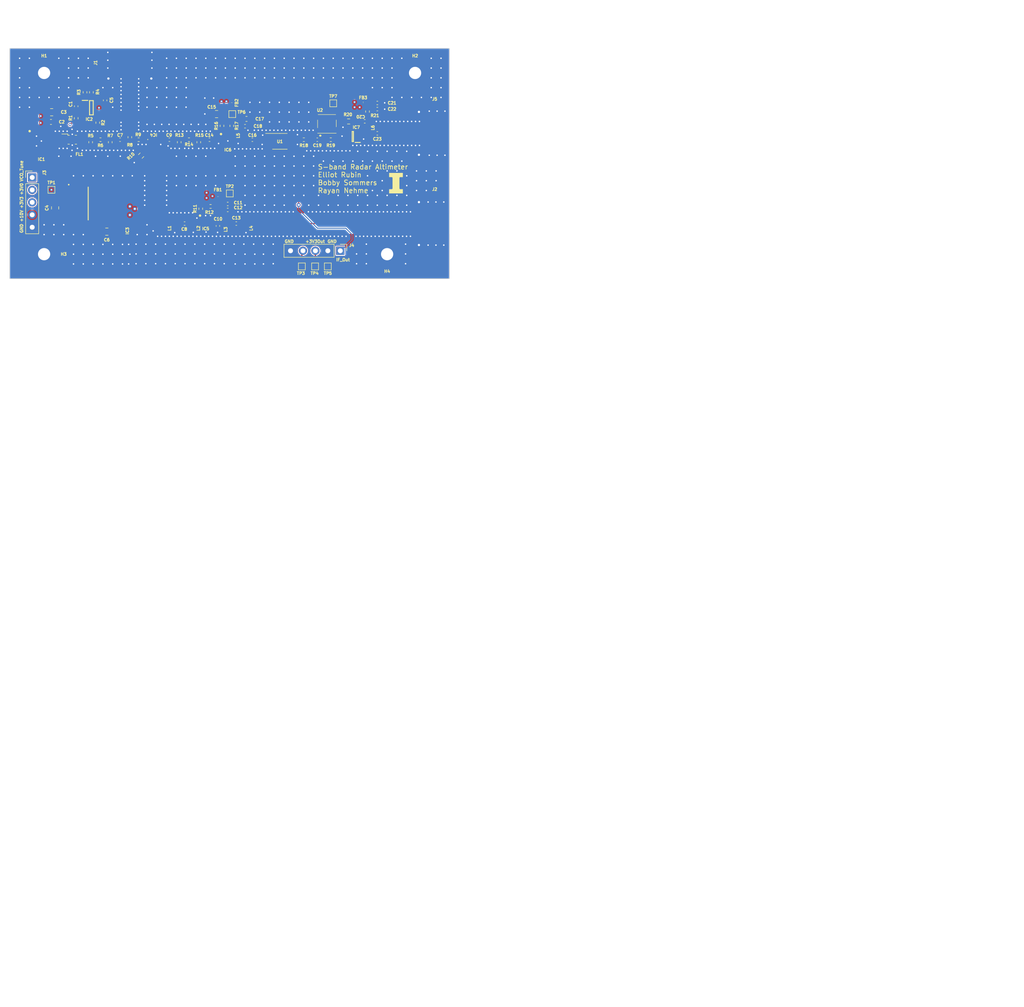
<source format=kicad_pcb>
(kicad_pcb (version 20221018) (generator pcbnew)
  (layers (0 "F.Cu" signal) (1 "In1.Cu" signal) (2 "In2.Cu" signal) (31 "B.Cu" signal) (34 "B.Paste" user) (35 "F.Paste" user) (36 "B.SilkS" user "B.Silkscreen") (37 "F.SilkS" user "F.Silkscreen") (38 "B.Mask" user) (39 "F.Mask" user) (44 "Edge.Cuts" user))
  (net 0 "")
  (net 1 "+3V0")
  (net 2 "GND")
  (net 3 "/RadarTx/PA_IN")
  (net 4 "Net-(IC2-+)")
  (net 5 "Net-(C7-Pad1)")
  (net 6 "+5V")
  (net 7 "Net-(C7-Pad2)")
  (net 8 "Net-(FL1-IN)")
  (net 9 "Net-(FL1-OUT)")
  (net 28 "/RadarTx/VCO_Tune")
  (net 31 "Net-(C9-Pad2)")
  (net 32 "Net-(U1-LO)")
  (net 33 "Net-(J2-In)")
  (net 34 "Net-(IC5-RFOUT{slash}VD)")
  (net 35 "MIXER_IN")
  (net 36 "Net-(J5-In)")
  (net 37 "Net-(IC5-RFIN)")
  (net 38 "Net-(U2-RF-IN_&_DC)")
  (net 39 "Net-(U1-RF)")
  (net 43 "+3V3")
  (net 44 "/RadarRx/IF_OUT")
  (net 45 "Net-(IC6-RFIN)")
  (net 46 "Net-(C15-Pad2)")
  (net 47 "Net-(IC6-RFOUT)")
  (net 48 "Net-(C17-Pad2)")
  (net 49 "Net-(C19-Pad2)")
  (net 50 "Net-(C20-Pad1)")
  (net 51 "Net-(IC7-BIAS)")
  (net 52 "Net-(IC7-RF-IN)")
  (net 53 "+10V")
  (net 54 "Net-(C11-Pad2)")
  (net 55 "Net-(IC4-COUPLED)")
  (net 56 "Net-(IC2--)")
  (net 57 "Net-(IC5-VEN)")
  (net 58 "Net-(IC6-VCC)")
  (net 59 "Net-(IC7-RF-OUT)")
  (net 60 "Net-(J1-In)")
  (net 61 "Net-(IC4-INPUT)")
  (net 62 "Net-(IC4-TERMINATION)")
  (net 63 "Net-(R3-Pad1)")
  (net 64 "Net-(J4-Pin_4)")
  (net 65 "Net-(R11-Pad2)")
  (net 66 "/RadarTx/VCO_Scaled")
  (net 67 "Net-(U2-DC)")
  (footprint "Connector_Coaxial:SMA_Molex_73251-1153_EdgeMount_Horizontal" (layer "F.Cu") (at 183.21 77.75 180)
    (fp_text reference "J2")
    (fp_text value "Conn_Coaxial")
  )
  (footprint "SamacSys_Parts:DCW11722" (layer "F.Cu") (at 127.355 61.14 -90)
    (fp_text reference "IC4")
    (fp_text value "DCW-11-722+" hide)
  )
  (footprint "Inductor_SMD:L_0402_1005Metric" (layer "F.Cu") (at 145.5 60.145 90)
    (fp_text reference "L5")
    (fp_text value "100n")
  )
  (footprint "Resistor_SMD:R_0603_1608Metric_Pad0.98x0.95mm_HandSolder" (layer "F.Cu") (at 124.8 63.88 -135)
    (fp_text reference "R10")
    (fp_text value "50")
  )
  (footprint "SamacSys_Parts:BLM15PX_BH1" (layer "F.Cu") (at 170.1 53)
    (fp_text reference "FB3")
    (fp_text value "BLM15PX121BH1D" hide)
  )
  (footprint "TestPoint:TestPoint_Pad_1.0x1.0mm" (layer "F.Cu") (at 160.3 86.5)
    (fp_text reference "TP4")
    (fp_text value "TestPoint")
  )
  (footprint "Capacitor_SMD:C_0402_1005Metric" (layer "F.Cu") (at 130.5675 60.63)
    (fp_text reference "C9")
    (fp_text value "18p")
  )
  (footprint "MountingHole:MountingHole_2.5mm_Pad" (layer "F.Cu") (at 175 84)
    (fp_text reference "H4")
    (fp_text value "MountingHole_Pad")
  )
  (footprint "Resistor_SMD:R_0402_1005Metric" (layer "F.Cu") (at 158 60.63 180)
    (fp_text reference "R18")
    (fp_text value "0")
  )
  (footprint "Capacitor_SMD:C_0402_1005Metric_Pad0.74x0.62mm_HandSolder" (layer "F.Cu") (at 117.45 52.6 90)
    (fp_text reference "C5")
    (fp_text value "100n")
  )
  (footprint "Resistor_SMD:R_0402_1005Metric" (layer "F.Cu") (at 136.5675 61.14 90)
    (fp_text reference "R15")
    (fp_text value "DNP")
  )
  (footprint "SamacSys_Parts:SOT95P280X145-5N" (layer "F.Cu") (at 114.65 54.1)
    (fp_text reference "IC2")
    (fp_text value "TS461CLT" hide)
  )
  (footprint "Resistor_SMD:R_0402_1005Metric_Pad0.72x0.64mm_HandSolder" (layer "F.Cu") (at 143.3 57.8 -90)
    (fp_text reference "R17")
    (fp_text value "0")
  )
  (footprint "Capacitor_SMD:C_0603_1608Metric" (layer "F.Cu") (at 106.4 57)
    (fp_text reference "C2")
    (fp_text value "10n")
  )
  (footprint "Inductor_SMD:L_0402_1005Metric" (layer "F.Cu") (at 141.97 77.265 -90)
    (fp_text reference "L3")
    (fp_text value "100n")
  )
  (footprint "Resistor_SMD:R_0402_1005Metric_Pad0.72x0.64mm_HandSolder" (layer "F.Cu") (at 138.97 74.25 180)
    (fp_text reference "R12")
    (fp_text value "0")
  )
  (footprint "Capacitor_SMD:C_0402_1005Metric_Pad0.74x0.62mm_HandSolder" (layer "F.Cu") (at 173 53.13)
    (fp_text reference "C21")
    (fp_text value "1.5n")
  )
  (footprint "Connector_Coaxial:SMA_Molex_73251-1153_EdgeMount_Horizontal" (layer "F.Cu") (at 122.5 46.42 -90)
    (fp_text reference "J1")
    (fp_text value "Conn_Coaxial")
  )
  (footprint "MountingHole:MountingHole_2.5mm_Pad" (layer "F.Cu") (at 105 84)
    (fp_text reference "H3")
    (fp_text value "MountingHole_Pad")
  )
  (footprint "Resistor_SMD:R_0402_1005Metric" (layer "F.Cu") (at 134.5675 60.63 180)
    (fp_text reference "R14")
    (fp_text value "0")
  )
  (footprint "radar:illini" (layer "F.Cu") (at 176.8 69.5)
    (fp_text reference "G***" hide)
    (fp_text value "LOGO" hide)
  )
  (footprint "TestPoint:TestPoint_Pad_1.0x1.0mm" (layer "F.Cu") (at 164 53.2)
    (fp_text reference "TP7")
    (fp_text value "TestPoint")
  )
  (footprint "Filter:Filter_Mini-Circuits_FV1206" (layer "F.Cu") (at 110.75 60.63)
    (fp_text reference "FL1")
    (fp_text value "LFCN-2750")
  )
  (footprint "Connector_Coaxial:SMA_Molex_73251-1153_EdgeMount_Horizontal" (layer "F.Cu") (at 183.21 59.33 180)
    (fp_text reference "J5")
    (fp_text value "Conn_Coaxial")
  )
  (footprint "Resistor_SMD:R_0402_1005Metric_Pad0.72x0.64mm_HandSolder" (layer "F.Cu") (at 141.3 57.8 90)
    (fp_text reference "R16")
    (fp_text value "0")
  )
  (footprint "TestPoint:TestPoint_Pad_1.0x1.0mm" (layer "F.Cu") (at 106.5 70.85)
    (fp_text reference "TP1")
    (fp_text value "TestPoint")
  )
  (footprint "Resistor_SMD:R_0402_1005Metric" (layer "F.Cu") (at 118.5 61.14 90)
    (fp_text reference "R7")
    (fp_text value "DNP")
  )
  (footprint "Capacitor_SMD:C_0402_1005Metric" (layer "F.Cu") (at 133.67 77.75)
    (fp_text reference "C8")
    (fp_text value "100p")
  )
  (footprint "TestPoint:TestPoint_Pad_1.0x1.0mm" (layer "F.Cu") (at 143.4 55.4)
    (fp_text reference "TP6")
    (fp_text value "TestPoint")
  )
  (footprint "Resistor_SMD:R_0402_1005Metric_Pad0.72x0.64mm_HandSolder" (layer "F.Cu") (at 115.95 57.15 90)
    (fp_text reference "R2")
    (fp_text value "10k")
  )
  (footprint "Capacitor_SMD:C_0805_2012Metric" (layer "F.Cu") (at 107.25 74.55 90)
    (fp_text reference "C4")
    (fp_text value "10u")
  )
  (footprint "Capacitor_SMD:C_0402_1005Metric" (layer "F.Cu") (at 173 59.33 180)
    (fp_text reference "C23")
    (fp_text value "1n")
  )
  (footprint "MountingHole:MountingHole_2.5mm_Pad" (layer "F.Cu") (at 180.7 47)
    (fp_text reference "H2")
    (fp_text value "MountingHole_Pad")
  )
  (footprint "Capacitor_SMD:C_0402_1005Metric" (layer "F.Cu") (at 140.47 78.23 90)
    (fp_text reference "C10")
    (fp_text value "0.5p")
  )
  (footprint "Resistor_SMD:R_0402_1005Metric_Pad0.72x0.64mm_HandSolder" (layer "F.Cu") (at 171 54.88 90)
    (fp_text reference "R21")
    (fp_text value "681")
  )
  (footprint "Capacitor_SMD:C_0402_1005Metric_Pad0.74x0.62mm_HandSolder" (layer "F.Cu") (at 142.47 73.75 180)
    (fp_text reference "C11")
    (fp_text value "DNP")
  )
  (footprint "Resistor_SMD:R_0402_1005Metric_Pad0.72x0.64mm_HandSolder" (layer "F.Cu") (at 136.97 74.72 90)
    (fp_text reference "R11")
    (fp_text value "1.5k")
  )
  (footprint "Resistor_SMD:R_0402_1005Metric" (layer "F.Cu") (at 124.3 60.63 180)
    (fp_text reference "R9")
    (fp_text value "0")
  )
  (footprint "Capacitor_SMD:C_0402_1005Metric_Pad0.74x0.62mm_HandSolder" (layer "F.Cu") (at 173 54.38)
    (fp_text reference "C22")
    (fp_text value "DNP")
  )
  (footprint "SamacSys_Parts:SON50P200X200X80-9N" (layer "F.Cu") (at 142.5 60.88)
    (fp_text reference "IC6")
    (fp_text value "TRF37A73IDSGR" hide)
  )
  (footprint "Capacitor_SMD:C_0402_1005Metric" (layer "F.Cu") (at 144.22 77.75)
    (fp_text reference "C13")
    (fp_text value "100p")
  )
  (footprint "TestPoint:TestPoint_Pad_1.0x1.0mm" (layer "F.Cu") (at 157.6 86.5)
    (fp_text reference "TP3")
    (fp_text value "TestPoint")
  )
  (footprint "Capacitor_SMD:C_0402_1005Metric_Pad0.74x0.62mm_HandSolder" (layer "F.Cu") (at 111.55 53.8 90)
    (fp_text reference "C1")
    (fp_text value "100n")
  )
  (footprint "Inductor_SMD:L_0402_1005Metric" (layer "F.Cu") (at 135.47 78.235 -90)
    (fp_text reference "L2")
    (fp_text value "DNP")
  )
  (footprint "SamacSys_Parts:SOT65P215X100-6N" (layer "F.Cu") (at 168 59.98 180)
    (fp_text reference "IC7")
    (fp_text value "PSA-5453+" hide)
  )
  (footprint "SamacSys_Parts:BLM15PX_BH1" (layer "F.Cu") (at 140.47 72.22 -90)
    (fp_text reference "FB1")
    (fp_text value "BLM15PX121BH1D" hide)
  )
  (footprint "Capacitor_SMD:C_0805_2012Metric" (layer "F.Cu") (at 106.54 55.02)
    (fp_text reference "C3")
    (fp_text value "4.7u")
  )
  (footprint "Resistor_SMD:R_0402_1005Metric_Pad0.72x0.64mm_HandSolder" (layer "F.Cu") (at 111.55 56.25 -90)
    (fp_text reference "R1")
    (fp_text value "100")
  )
  (footprint "Capacitor_SMD:C_0402_1005Metric_Pad0.74x0.62mm_HandSolder" (layer "F.Cu") (at 170.4325 56.88)
    (fp_text reference "C20")
    (fp_text value "10p")
  )
  (footprint "SamacSys_Parts:AZ1084CD50TRG1" (layer "F.Cu") (at 114 73.66 -90)
    (fp_text reference "IC3")
    (fp_text value "AZ1084CD-5.0TRG1" hide)
  )
  (footprint "Capacitor_SMD:C_0402_1005Metric" (layer "F.Cu") (at 147.5 60.63)
    (fp_text reference "C16")
    (fp_text value "1n")
  )
  (footprint "SamacSys_Parts:QFN50P400X400X100-25N" (layer "F.Cu") (at 104.45 60.88)
    (fp_text reference "IC1")
    (fp_text value "HMC385LP4" hide)
  )
  (footprint "Inductor_SMD:L_0402_1005Metric" (layer "F.Cu") (at 171 58.845 90)
    (fp_text reference "L6")
    (fp_text value "180n")
  )
  (footprint "TestPoint:TestPoint_Pad_1.0x1.0mm" (layer "F.Cu") (at 142.895 71.6)
    (fp_text reference "TP2")
    (fp_text value "TestPoint")
  )
  (footprint "Inductor_SMD:L_0402_1005Metric" (layer "F.Cu") (at 131.645 78.235 -90)
    (fp_text reference "L1")
    (fp_text value "DNP")
  )
  (footprint "Resistor_SMD:R_0402_1005Metric" (layer "F.Cu") (at 132.5675 61.14 90)
    (fp_text reference "R13")
    (fp_text value "DNP")
  )
  (footprint "Capacitor_SMD:C_0805_2012Metric" (layer "F.Cu") (at 117.8 79.4 180)
    (fp_text reference "C6")
    (fp_text value "22u")
  )
  (footprint "SamacSys_Parts:SON50P150X150X50-7N-D" (layer "F.Cu") (at 137.97 77.25)
    (fp_text reference "IC5")
    (fp_text value "GRF4002" hide)
  )
  (footprint "Resistor_SMD:R_0603_1608Metric_Pad0.98x0.95mm_HandSolder" (layer "F.Cu") (at 167.15 56.9 180)
    (fp_text reference "R20")
    (fp_text value "50")
  )
  (footprint "Package_SO:MSOP-8_3x3mm_P0.65mm" (layer "F.Cu") (at 153.1125 60.955)
    (fp_text reference "U1")
    (fp_text value "HMC213B")
  )
  (footprint "Resistor_SMD:R_0402_1005Metric_Pad0.72x0.64mm_HandSolder" (layer "F.Cu") (at 114.65 50.9475 90)
    (fp_text reference "R4")
    (fp_text value "10k")
  )
  (footprint "Connector_PinHeader_2.54mm:PinHeader_1x05_P2.54mm_Vertical" (layer "F.Cu") (at 165.443464 83.3 -90)
    (fp_text reference "J4")
    (fp_text value "Conn_01x05")
  )
  (footprint "SamacSys_Parts:TCCH80" (layer "F.Cu") (at 162.7125 57.4 90)
    (fp_text reference "U2")
    (fp_text value "TCCH-80+" hide)
  )
  (footprint "TestPoint:TestPoint_Pad_1.0x1.0mm" (layer "F.Cu") (at 162.9 86.5)
    (fp_text reference "TP5")
    (fp_text value "TestPoint")
  )
  (footprint "Capacitor_SMD:C_0805_2012Metric_Pad1.18x1.45mm_HandSolder" (layer "F.Cu") (at 140.2 55.4)
    (fp_text reference "C15")
    (fp_text value "10u")
  )
  (footprint "Capacitor_SMD:C_0603_1608Metric_Pad1.08x0.95mm_HandSolder" (layer "F.Cu") (at 146.3 56.38 180)
    (fp_text reference "C17")
    (fp_text value "10n")
  )
  (footprint "Capacitor_SMD:C_0402_1005Metric" (layer "F.Cu") (at 138.75 60.63)
    (fp_text reference "C14")
    (fp_text value "1n")
  )
  (footprint "Capacitor_SMD:C_0402_1005Metric" (layer "F.Cu") (at 160.75 60.63 180)
    (fp_text reference "C19")
    (fp_text value "1n")
  )
  (footprint "Resistor_SMD:R_0402_1005Metric" (layer "F.Cu") (at 116.5 60.63 180)
    (fp_text reference "R6")
    (fp_text value "0")
  )
  (footprint "SamacSys_Parts:BLM15PX_BH1" (layer "F.Cu") (at 143.3 53.1 -90)
    (fp_text reference "FB2")
    (fp_text value "BLM15PX121BH1D" hide)
  )
  (footprint "Resistor_SMD:R_0402_1005Metric" (layer "F.Cu") (at 163.5 60.63 180)
    (fp_text reference "R19")
    (fp_text value "0")
  )
  (footprint "Resistor_SMD:R_0402_1005Metric" (layer "F.Cu") (at 122.5 60.12 -90)
    (fp_text reference "R8")
    (fp_text value "DNP")
  )
  (footprint "Inductor_SMD:L_0402_1005Metric" (layer "F.Cu") (at 146.22 78.235 -90)
    (fp_text reference "L4")
    (fp_text value "DNP")
  )
  (footprint "Resistor_SMD:R_0402_1005Metric" (layer "F.Cu") (at 114.5 61.14 90)
    (fp_text reference "R5")
    (fp_text value "DNP")
  )
  (footprint "Capacitor_SMD:C_0402_1005Metric_Pad0.74x0.62mm_HandSolder" (layer "F.Cu") (at 146 57.88 180)
    (fp_text reference "C18")
    (fp_text value "10p")
  )
  (footprint "Connector_PinHeader_2.54mm:PinHeader_1x05_P2.54mm_Vertical" (layer "F.Cu") (at 102.57 68.34)
    (fp_text reference "J3")
    (fp_text value "Conn_01x05")
  )
  (footprint "MountingHole:MountingHole_2.5mm_Pad" (layer "F.Cu") (at 105 47)
    (fp_text reference "H1")
    (fp_text value "MountingHole_Pad")
  )
  (footprint "Capacitor_SMD:C_0402_1005Metric_Pad0.74x0.62mm_HandSolder" (layer "F.Cu") (at 142.47 74.97 180)
    (fp_text reference "C12")
    (fp_text value "100n")
  )
  (footprint "Capacitor_SMD:C_0402_1005Metric" (layer "F.Cu") (at 120.5 60.63)
    (fp_text reference "C7")
    (fp_text value "18p")
  )
  (footprint "Resistor_SMD:R_0402_1005Metric_Pad0.72x0.64mm_HandSolder" (layer "F.Cu") (at 113.35 50.95 -90)
    (fp_text reference "R3")
    (fp_text value "10k")
  )
  (gr_rect (start 98 42) (end 187.7 89) (stroke (width 0.1)) (fill none) (layer "Edge.Cuts"))
  (gr_text "+3V3" (at 100.75 74.75 90) (layer "F.SilkS") (effects (font (size 0.6 0.6)) (justify left bottom)))
  (gr_text "GND" (at 154 81.75) (layer "F.SilkS") (effects (font (size 0.6 0.6)) (justify left bottom)))
  (gr_text "IF_Out" (at 164.5 85.5) (layer "F.SilkS") (effects (font (size 0.6 0.6)) (justify left bottom)))
  (gr_text "S-band Radar Altimeter\nElliot Rubin\nBobby Sommers\nRayan Nehme" (at 160.8 71.6) (layer "F.SilkS") (effects (font (size 1 1)) (justify left bottom)))
  (gr_text "+3V0" (at 100.75 72 90) (layer "F.SilkS") (effects (font (size 0.6 0.6)) (justify left bottom)))
  (gr_text "VCO_Tune" (at 100.75 69.25 90) (layer "F.SilkS") (effects (font (size 0.6 0.6)) (justify left bottom)))
  (gr_text "GND" (at 162.75 81.75) (layer "F.SilkS") (effects (font (size 0.6 0.6)) (justify left bottom)))
  (gr_text "GND" (at 100.75 79.75 90) (layer "F.SilkS") (effects (font (size 0.6 0.6)) (justify left bottom)))
  (gr_text "+10V" (at 100.75 77.5 90) (layer "F.SilkS") (effects (font (size 0.6 0.6)) (justify left bottom)))
  (gr_text "+3V3Out" (at 158.25 81.75) (layer "F.SilkS") (effects (font (size 0.6 0.6)) (justify left bottom)))
  (via (at 106.5 70.85) (size 0.6) (drill 0.3) (layers "F.Cu" "B.Cu") (net 1))
  (via (at 104.3 57.2) (size 0.6) (drill 0.3) (layers "F.Cu" "B.Cu") (net 1))
  (via (at 168.35 52.95) (size 0.6) (drill 0.3) (layers "F.Cu" "B.Cu") (net 1))
  (via (at 168.35 54) (size 0.6) (drill 0.3) (layers "F.Cu" "B.Cu") (net 1))
  (via (at 169.4 54) (size 0.6) (drill 0.3) (layers "F.Cu" "B.Cu") (net 1))
  (via (at 104.3 55.8) (size 0.6) (drill 0.3) (layers "F.Cu" "B.Cu") (net 1))
  (segment (start 162.903464 83.3) (end 162.903464 86.496536) (width 0.25) (layer "F.Cu") (net 2))
  (segment (start 162.903464 86.496536) (end 162.9 86.5) (width 0.25) (layer "F.Cu") (net 2))
  (via (at 138.9 58.9) (size 0.6) (drill 0.3) (layers "F.Cu" "B.Cu") (net 2))
  (via (at 122.25 82) (size 0.6) (drill 0.3) (layers "F.Cu" "B.Cu") (net 2))
  (via (at 171.2 61.8) (size 0.6) (drill 0.3) (layers "F.Cu" "B.Cu") (net 2))
  (via (at 186.563464 73.35) (size 0.6) (drill 0.3) (layers "F.Cu" "B.Cu") (net 2))
  (via (at 137.763464 83.95) (size 0.6) (drill 0.3) (layers "F.Cu" "B.Cu") (net 2))
  (via (at 133.763464 80.35) (size 0.6) (drill 0.3) (layers "F.Cu" "B.Cu") (net 2))
  (via (at 134 64) (size 0.6) (drill 0.3) (layers "F.Cu" "B.Cu") (net 2))
  (via (at 172 46) (size 0.6) (drill 0.3) (layers "F.Cu" "B.Cu") (net 2))
  (via (at 159.1 58.7) (size 0.6) (drill 0.3) (layers "F.Cu" "B.Cu") (net 2))
  (via (at 115 82) (size 0.6) (drill 0.3) (layers "F.Cu" "B.Cu") (net 2))
  (via (at 178.763464 83.95) (size 0.6) (drill 0.3) (layers "F.Cu" "B.Cu") (net 2))
  (via (at 146 46) (size 0.6) (drill 0.3) (layers "F.Cu" "B.Cu") (net 2))
  (via (at 113.6 62.8) (size 0.6) (drill 0.3) (layers "F.Cu" "B.Cu") (net 2))
  (via (at 176 65) (size 0.6) (drill 0.3) (layers "F.Cu" "B.Cu") (net 2))
  (via (at 182 52) (size 0.6) (drill 0.3) (layers "F.Cu" "B.Cu") (net 2))
  (via (at 120.7 53) (size 0.6) (drill 0.3) (layers "F.Cu" "B.Cu") (net 2))
  (via (at 100 54) (size 0.6) (drill 0.3) (layers "F.Cu" "B.Cu") (net 2))
  (via (at 178.4 61.8) (size 0.6) (drill 0.3) (layers "F.Cu" "B.Cu") (net 2))
  (via (at 161 62.9) (size 0.6) (drill 0.3) (layers "F.Cu" "B.Cu") (net 2))
  (via (at 162 46) (size 0.6) (drill 0.3) (layers "F.Cu" "B.Cu") (net 2))
  (via (at 186 52) (size 0.6) (drill 0.3) (layers "F.Cu" "B.Cu") (net 2))
  (via (at 174 65) (size 0.6) (drill 0.3) (layers "F.Cu" "B.Cu") (net 2))
  (via (at 133.763464 83.95) (size 0.6) (drill 0.3) (layers "F.Cu" "B.Cu") (net 2))
  (via (at 175.05 75.35) (size 0.6) (drill 0.3) (layers "F.Cu" "B.Cu") (net 2))
  (via (at 158 46) (size 0.6) (drill 0.3) (layers "F.Cu" "B.Cu") (net 2))
  (via (at 154 64) (size 0.6) (drill 0.3) (layers "F.Cu" "B.Cu") (net 2))
  (via (at 110 52) (size 0.6) (drill 0.3) (layers "F.Cu" "B.Cu") (net 2))
  (via (at 132.5 58.9) (size 0.6) (drill 0.3) (layers "F.Cu" "B.Cu") (net 2))
  (via (at 170.963464 75.35) (size 0.6) (drill 0.3) (layers "F.Cu" "B.Cu") (net 2))
  (via (at 150 70) (size 0.6) (drill 0.3) (layers "F.Cu" "B.Cu") (net 2))
  (via (at 132.92 75.55) (size 0.6) (drill 0.3) (layers "F.Cu" "B.Cu") (net 2))
  (via (at 110 46) (size 0.6) (drill 0.3) (layers "F.Cu" "B.Cu") (net 2))
  (via (at 144.6 61.4) (size 0.6) (drill 0.3) (layers "F.Cu" "B.Cu") (net 2))
  (via (at 150 74) (size 0.6) (drill 0.3) (layers "F.Cu" "B.Cu") (net 2))
  (via (at 150 48) (size 0.6) (drill 0.3) (layers "F.Cu" "B.Cu") (net 2))
  (via (at 128.163464 80.35) (size 0.6) (drill 0.3) (layers "F.Cu" "B.Cu") (net 2))
  (via (at 120.7 58.6) (size 0.6) (drill 0.3) (layers "F.Cu" "B.Cu") (net 2))
  (via (at 128.963464 80.35) (size 0.6) (drill 0.3) (layers "F.Cu" "B.Cu") (net 2))
  (via (at 184.963464 82.15) (size 0.6) (drill 0.3) (layers "F.Cu" "B.Cu") (net 2))
  (via (at 151.763464 85.95) (size 0.6) (drill 0.3) (layers "F.Cu" "B.Cu") (net 2))
  (via (at 150 68) (size 0.6) (drill 0.3) (layers "F.Cu" "B.Cu") (net 2))
  (via (at 124.3 58.6) (size 0.6) (drill 0.3) (layers "F.Cu" "B.Cu") (net 2))
  (via (at 180 61.8) (size 0.6) (drill 0.3) (layers "F.Cu" "B.Cu") (net 2))
  (via (at 149.763464 80.35) (size 0.6) (drill 0.3) (layers "F.Cu" "B.Cu") (net 2))
  (via (at 146.2 79.6) (size 0.6) (drill 0.3) (layers "F.Cu" "B.Cu") (net 2))
  (via (at 176 50) (size 0.6) (drill 0.3) (layers "F.Cu" "B.Cu") (net 2))
  (via (at 137.763464 85.95) (size 0.6) (drill 0.3) (layers "F.Cu" "B.Cu") (net 2))
  (via (at 117 84) (size 0.6) (drill 0.3) (layers "F.Cu" "B.Cu") (net 2))
  (via (at 128.5 58.9) (size 0.6) (drill 0.3) (layers "F.Cu" "B.Cu") (net 2))
  (via (at 123.4 65.3) (size 0.6) (drill 0.3) (layers "F.Cu" "B.Cu") (net 2))
  (via (at 108.9 62.4) (size 0.6) (drill 0.3) (layers "F.Cu" "B.Cu") (net 2))
  (via (at 123.2 62.8) (size 0.6) (drill 0.3) (layers "F.Cu" "B.Cu") (net 2))
  (via (at 124.3 49.8) (size 0.6) (drill 0.3) (layers "F.Cu" "B.Cu") (net 2))
  (via (at 144 84) (size 0.6) (drill 0.3) (layers "F.Cu" "B.Cu") (net 2))
  (via (at 160 44) (size 0.6) (drill 0.3) (layers "F.Cu" "B.Cu") (net 2))
  (via (at 142 46) (size 0.6) (drill 0.3) (layers "F.Cu" "B.Cu") (net 2))
  (via (at 177.6 56.9) (size 0.6) (drill 0.3) (layers "F.Cu" "B.Cu") (net 2))
  (via (at 152 46) (size 0.6) (drill 0.3) (layers "F.Cu" "B.Cu") (net 2))
  (via (at 184 48) (size 0.6) (drill 0.3) (layers "F.Cu" "B.Cu") (net 2))
  (via (at 161.8 62.9) (size 0.6) (drill 0.3) (layers "F.Cu" "B.Cu") (net 2))
  (via (at 183 71) (size 0.6) (drill 0.3) (layers "F.Cu" "B.Cu") (net 2))
  (via (at 144 46) (size 0.6) (drill 0.3) (layers "F.Cu" "B.Cu") (net 2))
  (via (at 158.63 80.35) (size 0.6) (drill 0.3) (layers "F.Cu" "B.Cu") (net 2))
  (via (at 153 57) (size 0.6) (drill 0.3) (layers "F.Cu" "B.Cu") (net 2))
  (via (at 152.7 58.7) (size 0.6) (drill 0.3) (layers "F.Cu" "B.Cu") (net 2))
  (via (at 161 72) (size 0.6) (drill 0.3) (layers "F.Cu" "B.Cu") (net 2))
  (via (at 174 69) (size 0.6) (drill 0.3) (layers "F.Cu" "B.Cu") (net 2))
  (via (at 163.763464 75.35) (size 0.6) (drill 0.3) (layers "F.Cu" "B.Cu") (net 2))
  (via (at 146 64) (size 0.6) (drill 0.3) (layers "F.Cu" "B.Cu") (net 2))
  (via (at 115.9 58.9) (size 0.6) (drill 0.3) (layers "F.Cu" "B.Cu") (net 2))
  (via (at 123.763464 83.95) (size 0.6) (drill 0.3) (layers "F.Cu" "B.Cu") (net 2))
  (via (at 176 44) (size 0.6) (drill 0.3) (layers "F.Cu" "B.Cu") (net 2))
  (via (at 180 56.9) (size 0.6) (drill 0.3) (layers "F.Cu" "B.Cu") (net 2))
  (via (at 172.8 61.8) (size 0.6) (drill 0.3) (layers "F.Cu" "B.Cu") (net 2))
  (via (at 135.7 58.9) (size 0.6) (drill 0.3) (layers "F.Cu" "B.Cu") (net 2))
  (via (at 125 61.6) (size 0.6) (drill 0.3) (layers "F.Cu" "B.Cu") (net 2))
  (via (at 129.763464 83.95) (size 0.6) (drill 0.3) (layers "F.Cu" "B.Cu") (net 2))
  (via (at 133.97009 53.985045) (size 0.6) (drill 0.3) (layers "F.Cu" "B.Cu") (net 2))
  (via (at 146 74) (size 0.6) (drill 0.3) (layers "F.Cu" "B.Cu") (net 2))
  (via (at 125.8 61.6) (size 0.6) (drill 0.3) (layers "F.Cu" "B.Cu") (net 2))
  (via (at 176 48) (size 0.6) (drill 0.3) (layers "F.Cu" "B.Cu") (net 2))
  (via (at 143.9 62.5) (size 0.6) (drill 0.3) (layers "F.Cu" "B.Cu") (net 2))
  (via (at 174.4 61.8) (size 0.6) (drill 0.3) (layers "F.Cu" "B.Cu") (net 2))
  (via (at 130.9 62.4) (size 0.6) (drill 0.3) (layers "F.Cu" "B.Cu") (net 2))
  (via (at 174 48) (size 0.6) (drill 0.3) (layers "F.Cu" "B.Cu") (net 2))
  (via (at 144 86) (size 0.6) (drill 0.3) (layers "F.Cu" "B.Cu") (net 2))
  (via (at 150 66) (size 0.6) (drill 0.3) (layers "F.Cu" "B.Cu") (net 2))
  (via (at 144 64) (size 0.6) (drill 0.3) (layers "F.Cu" "B.Cu") (net 2))
  (via (at 183 69) (size 0.6) (drill 0.3) (layers "F.Cu" "B.Cu") (net 2))
  (via (at 146 44) (size 0.6) (drill 0.3) (layers "F.Cu" "B.Cu") (net 2))
  (via (at 177 67) (size 0.6) (drill 0.3) (layers "F.Cu" "B.Cu") (net 2))
  (via (at 164 65) (size 0.6) (drill 0.3) (layers "F.Cu" "B.Cu") (net 2))
  (via (at 169.363464 75.35) (size 0.6) (drill 0.3) (layers "F.Cu" "B.Cu") (net 2))
  (via (at 117 82) (size 0.6) (drill 0.3) (layers "F.Cu" "B.Cu") (net 2))
  (via (at 102 44) (size 0.6) (drill 0.3) (layers "F.Cu" "B.Cu") (net 2))
  (via (at 100 44) (size 0.6) (drill 0.3) (layers "F.Cu" "B.Cu") (net 2))
  (via (at 155 53) (size 0.6) (drill 0.3) (layers "F.Cu" "B.Cu") (net 2))
  (via (at 135 57.5) (size 0.6) (drill 0.3) (layers "F.Cu" "B.Cu") (net 2))
  (via (at 118 42.8) (size 0.6) (drill 0.3) (layers "F.Cu" "B.Cu") (net 2))
  (via (at 176.563464 75.35) (size 0.6) (drill 0.3) (layers "F.Cu" "B.Cu") (net 2))
  (via (at 151 75.35) (size 0.6) (drill 0.3) (layers "F.Cu" "B.Cu") (net 2))
  (via (at 163.43 80.35) (size 0.6) (drill 0.3) (layers "F.Cu" "B.Cu") (net 2))
  (via (at 178.163464 80.35) (size 0.6) (drill 0.3) (layers "F.Cu" "B.Cu") (net 2))
  (via (at 153.8 80.35) (size 0.6) (drill 0.3) (layers "F.Cu" "B.Cu") (net 2))
  (via (at 105 80) (size 0.6) (drill 0.3) (layers "F.Cu" "B.Cu") (net 2))
  (via (at 170.963464 80.35) (size 0.6) (drill 0.3) (layers "F.Cu" "B.Cu") (net 2))
  (via (at 141.75 80.35) (size 0.6) (drill 0.3) (layers "F.Cu" "B.Cu") (net 2))
  (via (at 148 46) (size 0.6) (drill 0.3) (layers "F.Cu" "B.Cu") (net 2))
  (via (at 109 78) (size 0.6) (drill 0.3) (layers "F.Cu" "B.Cu") (net 2))
  (via (at 173 74) (size 0.6) (drill 0.3) (layers "F.Cu" "B.Cu") (net 2))
  (via (at 134 68) (size 0.6) (drill 0.3) (layers "F.Cu" "B.Cu") (net 2))
  (via (at 121 82) (size 0.6) (drill 0.3) (layers "F.Cu" "B.Cu") (net 2))
  (via (at 125.525 72) (size 0.6) (drill 0.3) (layers "F.Cu" "B.Cu") (net 2))
  (via (at 115 68) (size 0.6) (drill 0.3) (layers "F.Cu" "B.Cu") (net 2))
  (via (at 128 54) (size 0.6) (drill 0.3) (layers "F.Cu" "B.Cu") (net 2))
  (via (at 168.65 80.35) (size 0.6) (drill 0.3) (layers "F.Cu" "B.Cu") (net 2))
  (via (at 117 50) (size 0.6) (drill 0.3) (layers "F.Cu" "B.Cu") (net 2))
  (via (at 107 80) (size 0.6) (drill 0.3) (layers "F.Cu" "B.Cu") (net 2))
  (via (at 120.7 51.4) (size 0.6) (drill 0.3) (layers "F.Cu" "B.Cu") (net 2))
  (via (at 172 65) (size 0.6) (drill 0.3) (layers "F.Cu" "B.Cu") (net 2))
  (via (at 165.8 62.9) (size 0.6) (drill 0.3) (layers "F.Cu" "B.Cu") (net 2))
  (via (at 154 48) (size 0.6) (drill 0.3) (layers "F.Cu" "B.Cu") (net 2))
  (via (at 156 48) (size 0.6) (drill 0.3) (layers "F.Cu" "B.Cu") (net 2))
  (via (at 168 61.8) (size 0.6) (drill 0.3) (layers "F.Cu" "B.Cu") (net 2))
  (via (at 136 46) (size 0.6) (drill 0.3) (layers "F.Cu" "B.Cu") (net 2))
  (via (at 175 74) (size 0.6) (drill 0.3) (layers "F.Cu" "B.Cu") (net 2))
  (via (at 166.63 80.35) (size 0.6) (drill 0.3) (layers "F.Cu" "B.Cu") (net 2))
  (via (at 132.963464 80.35) (size 0.6) (drill 0.3) (layers "F.Cu" "B.Cu") (net 2))
  (via (at 126 57.5) (size 0.6) (drill 0.3) (layers "F.Cu" "B.Cu") (net 2))
  (via (at 132.163464 80.35) (size 0.6) (drill 0.3) (layers "F.Cu" "B.Cu") (net 2))
  (via (at 167.4 62.9) (size 0.6) (drill 0.3) (layers "F.Cu" "B.Cu") (net 2))
  (via (at 184 52) (size 0.6) (drill 0.3) (layers "F.Cu" "B.Cu") (net 2))
  (via (at 173 67) (size 0.6) (drill 0.3) (layers "F.Cu" "B.Cu") (net 2))
  (via (at 131.763464 83.95) (size 0.6) (drill 0.3) (layers "F.Cu" "B.Cu") (net 2))
  (via (at 134 46) (size 0.6) (drill 0.3) (layers "F.Cu" "B.Cu") (net 2))
  (via (at 173.45 75.35) (size 0.6) (drill 0.3) (layers "F.Cu" "B.Cu") (net 2))
  (via (at 159.9 58.7) (size 0.6) (drill 0.3) (layers "F.Cu" "B.Cu") (net 2))
  (via (at 158.93 75.35) (size 0.6) (drill 0.3) (layers "F.Cu" "B.Cu") (net 2))
  (via (at 159.75 75.35) (size 0.6) (drill 0.3) (layers "F.Cu" "B.Cu") (net 2))
  (via (at 138 70) (size 0.6) (drill 0.3) (layers "F.Cu" "B.Cu") (net 2))
  (via (at 178.963464 80.35) (size 0.6) (drill 0.3) (layers "F.Cu" "B.Cu") (net 2))
  (via (at 161 74) (size 0.6) (drill 0.3) (layers "F.Cu" "B.Cu") (net 2))
  (via (at 174.4 56.9) (size 0.6) (drill 0.3) (layers "F.Cu" "B.Cu") (net 2))
  (via (at 138.1 58.9) (size 0.6) (drill 0.3) (layers "F.Cu" "B.Cu") (net 2))
  (via (at 131.763464 81.95) (size 0.6) (drill 0.3) (layers "F.Cu" "B.Cu") (net 2))
  (via (at 140 68) (size 0.6) (drill 0.3) (layers "F.Cu" "B.Cu") (net 2))
  (via (at 158 72) (size 0.6) (drill 0.3) (layers "F.Cu" "B.Cu") (net 2))
  (via (at 134.5 62.4) (size 0.6) (drill 0.3) (layers "F.Cu" "B.Cu") (net 2))
  (via (at 132 52) (size 0.6) (drill 0.3) (layers "F.Cu" "B.Cu") (net 2))
  (via (at 150 44) (size 0.6) (drill 0.3) (layers "F.Cu" "B.Cu") (net 2))
  (via (at 119.2 62.8) (size 0.6) (drill 0.3) (layers "F.Cu" "B.Cu") (net 2))
  (via (at 102 52) (size 0.6) (drill 0.3) (layers "F.Cu" "B.Cu") (net 2))
  (via (at 178.763464 81.95) (size 0.6) (drill 0.3) (layers "F.Cu" "B.Cu") (net 2))
  (via (at 177 72) (size 0.6) (drill 0.3) (layers "F.Cu" "B.Cu") (net 2))
  (via (at 135.363464 80.35) (size 0.6) (drill 0.3) (layers "F.Cu" "B.Cu") (net 2))
  (via (at 137.3 58.9) (size 0.6) (drill 0.3) (layers "F.Cu" "B.Cu") (net 2))
  (via (at 131.346536 75.55) (size 0.6) (drill 0.3) (layers "F.Cu" "B.Cu") (net 2))
  (via (at 142 68) (size 0.6) (drill 0.3) (layers "F.Cu" "B.Cu") (net 2))
  (via (at 173.6 61.8) (size 0.6) (drill 0.3) (layers "F.Cu" "B.Cu") (net 2))
  (via (at 170 44) (size 0.6) (drill 0.3) (layers "F.Cu" "B.Cu") (net 2))
  (via (at 134.1 58.9) (size 0.6) (drill 0.3) (layers "F.Cu" "B.Cu") (net 2))
  (via (at 172 61.8) (size 0.6) (drill 0.3) (layers "F.Cu" "B.Cu") (net 2))
  (via (at 156 68) (size 0.6) (drill 0.3) (layers "F.Cu" "B.Cu") (net 2))
  (via (at 150.2 75.35) (size 0.6) (drill 0.3) (layers "F.Cu" "B.Cu") (net 2))
  (via (at 171.763464 75.35) (size 0.6) (drill 0.3) (layers "F.Cu" "B.Cu") (net 2))
  (via (at 186.8 63.8) (size 0.6) (drill 0.3) (layers "F.Cu" "B.Cu") (net 2))
  (via (at 141.763464 81.95) (size 0.6) (drill 0.3) (layers "F.Cu" "B.Cu") (net 2))
  (via (at 152 64) (size 0.6) (drill 0.3) (layers "F.Cu" "B.Cu") (net 2))
  (via (at 179 74) (size 0.6) (drill 0.3) (layers "F.Cu" "B.Cu") (net 2))
  (via (at 174 46) (size 0.6) (drill 0.3) (layers "F.Cu" "B.Cu") (net 2))
  (via (at 139 62.4) (size 0.6) (drill 0.3) (layers "F.Cu" "B.Cu") (net 2))
  (via (at 167.763464 75.35) (size 0.6) (drill 0.3) (layers "F.Cu" "B.Cu") (net 2))
  (via (at 132 46) (size 0.6) (drill 0.3) (layers "F.Cu" "B.Cu") (net 2))
  (via (at 110 50) (size 0.6) (drill 0.3) (layers "F.Cu" "B.Cu") (net 2))
  (via (at 148 64) (size 0.6) (drill 0.3) (layers "F.Cu" "B.Cu") (net 2))
  (via (at 144 66) (size 0.6) (drill 0.3) (layers "F.Cu" "B.Cu") (net 2))
  (via (at 139.763464 81.95) (size 0.6) (drill 0.3) (layers "F.Cu" "B.Cu") (net 2))
  (via (at 134 50) (size 0.6) (drill 0.3) (layers "F.Cu" "B.Cu") (net 2))
  (via (at 172.8 56.9) (size 0.6) (drill 0.3) (layers "F.Cu" "B.Cu") (net 2))
  (via (at 139.6 52.125) (size 0.6) (drill 0.3) (layers "F.Cu" "B.Cu") (net 2))
  (via (at 129 57.5) (size 0.6) (drill 0.3) (layers "F.Cu" "B.Cu") (net 2))
  (via (at 155 57) (size 0.6) (drill 0.3) (layers "F.Cu" "B.Cu") (net 2))
  (via (at 179 68) (size 0.6) (drill 0.3) (layers "F.Cu" "B.Cu") (net 2))
  (via (at 110.7 62.8) (size 0.6) (drill 0.3) (layers "F.Cu" "B.Cu") (net 2))
  (via (at 118.4 62.8) (size 0.6) (drill 0.3) (layers "F.Cu" "B.Cu") (net 2))
  (via (at 144 44) (size 0.6) (drill 0.3) (layers "F.Cu" "B.Cu") (net 2))
  (via (at 174.163464 80.35) (size 0.6) (drill 0.3) (layers "F.Cu" "B.Cu") (net 2))
  (via (at 138 46) (size 0.6) (drill 0.3) (layers "F.Cu" "B.Cu") (net 2))
  (via (at 104 52) (size 0.6) (drill 0.3) (layers "F.Cu" "B.Cu") (net 2))
  (via (at 170.4 61.8) (size 0.6) (drill 0.3) (layers "F.Cu" "B.Cu") (net 2))
  (via (at 121 68) (size 0.6) (drill 0.3) (layers "F.Cu" "B.Cu") (net 2))
  (via (at 156.7 58.7) (size 0.6) (drill 0.3) (layers "F.Cu" "B.Cu") (net 2))
  (via (at 165.363464 75.35) (size 0.6) (drill 0.3) (layers "F.Cu" "B.Cu") (net 2))
  (via (at 100 50) (size 0.6) (drill 0.3) (layers "F.Cu" "B.Cu") (net 2))
  (via (at 119.9 58.9) (size 0.6) (drill 0.3) (layers "F.Cu" "B.Cu") (net 2))
  (via (at 181 71) (size 0.6) (drill 0.3) (layers "F.Cu" "B.Cu") (net 2))
  (via (at 152 66) (size 0.6) (drill 0.3) (layers "F.Cu" "B.Cu") (net 2))
  (via (at 159 55) (size 0.6) (drill 0.3) (layers "F.Cu" "B.Cu") (net 2))
  (via (at 166.963464 75.35) (size 0.6) (drill 0.3) (layers "F.Cu" "B.Cu") (net 2))
  (via (at 172.65 75.35) (size 0.6) (drill 0.3) (layers "F.Cu" "B.Cu") (net 2))
  (via (at 148 72) (size 0.6) (drill 0.3) (layers "F.Cu" "B.Cu") (net 2))
  (via (at 145.763464 80.35) (size 0.6) (drill 0.3) (layers "F.Cu" "B.Cu") (net 2))
  (via (at 142.5 60.88) (size 0.6) (drill 0.3) (layers "F.Cu" "B.Cu") (net 2))
  (via (at 149.5 62.5) (size 0.6) (drill 0.3) (layers "F.Cu" "B.Cu") (net 2))
  (via (at 117 86) (size 0.6) (drill 0.3) (layers "F.Cu" "B.Cu") (net 2))
  (via (at 184 46) (size 0.6) (drill 0.3) (layers "F.Cu" "B.Cu") (net 2))
  (via (at 168 44) (size 0.6) (drill 0.3) (layers "F.Cu" "B.Cu") (net 2))
  (via (at 114 48) (size 0.6) (drill 0.3) (layers "F.Cu" "B.Cu") (net 2))
  (via (at 147.8 75.35) (size 0.6) (drill 0.3) (layers "F.Cu" "B.Cu") (net 2))
  (via (at 119 82) (size 0.6) (drill 0.3) (layers "F.Cu" "B.Cu") (net 2))
  (via (at 167 72) (size 0.6) (drill 0.3) (layers "F.Cu" "B.Cu") (net 2))
  (via (at 151.9 58.7) (size 0.6) (drill 0.3) (layers "F.Cu" "B.Cu") (net 2))
  (via (at 171.763464 80.35) (size 0.6) (drill 0.3) (layers "F.Cu" "B.Cu") (net 2))
  (via (at 157 57) (size 0.6) (drill 0.3) (layers "F.Cu" "B.Cu") (net 2))
  (via (at 179.763464 80.35) (size 0.6) (drill 0.3) (layers "F.Cu" "B.Cu") (net 2))
  (via (at 185 69) (size 0.6) (drill 0.3) (layers "F.Cu" "B.Cu") (net 2))
  (via (at 130 50) (size 0.6) (drill 0.3) (layers "F.Cu" "B.Cu") (net 2))
  (via (at 175 63) (size 0.6) (drill 0.3) (layers "F.Cu" "B.Cu") (net 2))
  (via (at 124.3 52.2) (size 0.6) (drill 0.3) (layers "F.Cu" "B.Cu") (net 2))
  (via (at 130 72) (size 0.6) (drill 0.3) (layers "F.Cu" "B.Cu") (net 2))
  (via (at 165.83 80.35) (size 0.6) (drill 0.3) (layers "F.Cu" "B.Cu") (net 2))
  (via (at 124.3 54.6) (size 0.6) (drill 0.3) (layers "F.Cu" "B.Cu") (net 2))
  (via (at 132 44) (size 0.6) (drill 0.3) (layers "F.Cu" "B.Cu") (net 2))
  (via (at 171 74) (size 0.6) (drill 0.3) (layers "F.Cu" "B.Cu") (net 2))
  (via (at 132.12 75.55) (size 0.6) (drill 0.3) (layers "F.Cu" "B.Cu") (net 2))
  (via (at 147.763464 81.95) (size 0.6) (drill 0.3) (layers "F.Cu" "B.Cu") (net 2))
  (via (at 111 80) (size 0.6) (drill 0.3) (layers "F.Cu" "B.Cu") (net 2))
  (via (at 156 46) (size 0.6) (drill 0.3) (layers "F.Cu" "B.Cu") (net 2))
  (via (at 174 71) (size 0.6) (drill 0.3) (layers "F.Cu" "B.Cu") (net 2))
  (via (at 149.763464 86) (size 0.6) (drill 0.3) (layers "F.Cu" "B.Cu") (net 2))
  (via (at 148 48) (size 0.6) (drill 0.3) (layers "F.Cu" "B.Cu") (net 2))
  (via (at 127 46) (size 0.6) (drill 0.3) (layers "F.Cu" "B.Cu") (net 2))
  (via (at 179 63) (size 0.6) (drill 0.3) (layers "F.Cu" "B.Cu") (net 2))
  (via (at 185 67) (size 0.6) (drill 0.3) (layers "F.Cu" "B.Cu") (net 2))
  (via (at 146 72) (size 0.6) (drill 0.3) (layers "F.Cu" "B.Cu") (net 2))
  (via (at 146 84) (size 0.6) (drill 0.3) (layers "F.Cu" "B.Cu") (net 2))
  (via (at 170.763464 81.95) (size 0.6) (drill 0.3) (layers "F.Cu" "B.Cu") (net 2))
  (via (at 124.3 53) (size 0.6) (drill 0.3) (layers "F.Cu" "B.Cu") (net 2))
  (via (at 118.3 58.9) (size 0.6) (drill 0.3) (layers "F.Cu" "B.Cu") (net 2))
  (via (at 124.3 51.4) (size 0.6) (drill 0.3) (layers "F.Cu" "B.Cu") (net 2))
  (via (at 176.8 61.8) (size 0.6) (drill 0.3) (layers "F.Cu" "B.Cu") (net 2))
  (via (at 133.3 58.9) (size 0.6) (drill 0.3) (layers "F.Cu" "B.Cu") (net 2))
  (via (at 120.7 54.6) (size 0.6) (drill 0.3) (layers "F.Cu" "B.Cu") (net 2))
  (via (at 137.763464 80.35) (size 0.6) (drill 0.3) (layers "F.Cu" "B.Cu") (net 2))
  (via (at 112 48) (size 0.6) (drill 0.3) (layers "F.Cu" "B.Cu") (net 2))
  (via (at 157.5 58.7) (size 0.6) (drill 0.3) (layers "F.Cu" "B.Cu") (net 2))
  (via (at 130 71) (size 0.6) (drill 0.3) (layers "F.Cu" "B.Cu") (net 2))
  (via (at 175.2 56.9) (size 0.6) (drill 0.3) (layers "F.Cu" "B.Cu") (net 2))
  (via (at 130.5 57.5) (size 0.6) (drill 0.3) (layers "F.Cu" "B.Cu") (net 2))
  (via (at 178.963464 75.35) (size 0.6) (drill 0.3) (layers "F.Cu" "B.Cu") (net 2))
  (via (at 186 44) (size 0.6) (drill 0.3) (layers "F.Cu" "B.Cu") (net 2))
  (via (at 110 48) (size 0.6) (drill 0.3) (layers "F.Cu" "B.Cu") (net 2))
  (via (at 125.525 69) (size 0.6) (drill 0.3) (layers "F.Cu" "B.Cu") (net 2))
  (via (at 149.763464 84) (size 0.6) (drill 0.3) (layers "F.Cu" "B.Cu") (net 2))
  (via (at 178 65) (size 0.6) (drill 0.3) (layers "F.Cu" "B.Cu") (net 2))
  (via (at 165.8 59.9) (size 0.6) (drill 0.3) (layers "F.Cu" "B.Cu") (net 2))
  (via (at 181 67) (size 0.6) (drill 0.3) (layers "F.Cu" "B.Cu") (net 2))
  (via (at 159.4 62.9) (size 0.6) (drill 0.3) (layers "F.Cu" "B.Cu") (net 2))
  (via (at 169.45 80.35) (size 0.6) (drill 0.3) (layers "F.Cu" "B.Cu") (net 2))
  (via (at 136 48) (size 0.6) (drill 0.3) (layers "F.Cu" "B.Cu") (net 2))
  (via (at 125.525 71) (size 0.6) (drill 0.3) (layers "F.Cu" "B.Cu") (net 2))
  (via (at 171 72) (size 0.6) (drill 0.3) (layers "F.Cu" "B.Cu") (net 2))
  (via (at 162.6 62.9) (size 0.6) (drill 0.3) (layers "F.Cu" "B.Cu") (net 2))
  (via (at 158 66) (size 0.6) (drill 0.3) (layers "F.Cu" "B.Cu") (net 2))
  (via (at 150.3 58.7) (size 0.6) (drill 0.3) (layers "F.Cu" "B.Cu") (net 2))
  (via (at 176.563464 80.35) (size 0.6) (drill 0.3) (layers "F.Cu" "B.Cu") (net 2))
  (via (at 112.7 58.9) (size 0.6) (drill 0.3) (layers "F.Cu" "B.Cu") (net 2))
  (via (at 139.8 62.4) (size 0.6) (drill 0.3) (layers "F.Cu" "B.Cu") (net 2))
  (via (at 110.5 64) (size 0.6) (drill 0.3) (layers "F.Cu" "B.Cu") (net 2))
  (via (at 166.6 62.9) (size 0.6) (drill 0.3) (layers "F.Cu" "B.Cu") (net 2))
  (via (at 160 46) (size 0.6) (drill 0.3) (layers "F.Cu" "B.Cu") (net 2))
  (via (at 119 84) (size 0.6) (drill 0.3) (layers "F.Cu" "B.Cu") (net 2))
  (via (at 133.706536 75.55) (size 0.6) (drill 0.3) (layers "F.Cu" "B.Cu") (net 2))
  (via (at 152.2 80.35) (size 0.6) (drill 0.3) (layers "F.Cu" "B.Cu") (net 2))
  (via (at 183.6 54.8) (size 0.6) (drill 0.3) (layers "F.Cu" "B.Cu") (net 2))
  (via (at 169 74) (size 0.6) (drill 0.3) (layers "F.Cu" "B.Cu") (net 2))
  (via (at 130 74) (size 0.6) (drill 0.3) (layers "F.Cu" "B.Cu") (net 2))
  (via (at 158.3 58.7) (size 0.6) (drill 0.3) (layers "F.Cu" "B.Cu") (net 2))
  (via (at 142.563464 80.35) (size 0.6) (drill 0.3) (layers "F.Cu" "B.Cu") (net 2))
  (via (at 178.763464 85.95) (size 0.6) (drill 0.3) (layers "F.Cu" "B.Cu") (net 2))
  (via (at 113 82) (size 0.6) (drill 0.3) (layers "F.Cu" "B.Cu") (net 2))
  (via (at 176.8 56.9) (size 0.6) (drill 0.3) (layers "F.Cu" "B.Cu") (net 2))
  (via (at 140 44) (size 0.6) (drill 0.3) (layers "F.Cu" "B.Cu") (net 2))
  (via (at 186 46) (size 0.6) (drill 0.3) (layers "F.Cu" "B.Cu") (net 2))
  (via (at 183.363464 82.15) (size 0.6) (drill 0.3) (layers "F.Cu" "B.Cu") (net 2))
  (via (at 178 52) (size 0.6) (drill 0.3) (layers "F.Cu" "B.Cu") (net 2))
  (via (at 172 48) (size 0.6) (drill 0.3) (layers "F.Cu" "B.Cu") (net 2))
  (via (at 153.5 58.7) (size 0.6) (drill 0.3) (layers "F.Cu" "B.Cu") (net 2))
  (via (at 155.1 58.7) (size 0.6) (drill 0.3) (layers "F.Cu" "B.Cu") (net 2))
  (via (at 111 68) (size 0.6) (drill 0.3) (layers "F.Cu" "B.Cu") (net 2))
  (via (at 159 74) (size 0.6) (drill 0.3) (layers "F.Cu" "B.Cu") (net 2))
  (via (at 138.563464 80.35) (size 0.6) (drill 0.3) (layers "F.Cu" "B.Cu") (net 2))
  (via (at 184 50) (size 0.6) (drill 0.3) (layers "F.Cu" "B.Cu") (net 2))
  (via (at 118 64) (size 0.6) (drill 0.3) (layers "F.Cu" "B.Cu") (net 2))
  (via (at 135.3 62.4) (size 0.6) (drill 0.3) (layers "F.Cu" "B.Cu") (net 2))
  (via (at 118 44.4) (size 0.6) (drill 0.3) (layers "F.Cu" "B.Cu") (net 2))
  (via (at 164 48) (size 0.6) (drill 0.3) (layers "F.Cu" "B.Cu") (net 2))
  (via (at 161.35 75.35) (size 0.6) (drill 0.3) (layers "F.Cu" "B.Cu") (net 2))
  (via (at 127.763464 81.95) (size 0.6) (drill 0.3) (layers "F.Cu" "B.Cu") (net 2))
  (via (at 108.4 57.9) (size 0.6) (drill 0.3) (layers "F.Cu" "B.Cu") (net 2))
  (via (at 112 44) (size 0.6) (drill 0.3) (layers "F.Cu" "B.Cu") (net 2))
  (via (at 100 48) (size 0.6) (drill 0.3) (layers "F.Cu" "B.Cu") (net 2))
  (via (at 130 48) (size 0.6) (drill 0.3) (layers "F.Cu" "B.Cu") (net 2))
  (via (at 179.763464 75.35) (size 0.6) (drill 0.3) (layers "F.Cu" "B.Cu") (net 2))
  (via (at 134.51 75.55) (size 0.6) (drill 0.3) (layers "F.Cu" "B.Cu") (net 2))
  (via (at 108.025003 51.981254) (size 0.6) (drill 0.3) (layers "F.Cu" "B.Cu") (net 2))
  (via (at 127 44.4) (size 0.6) (drill 0.3) (layers "F.Cu" "B.Cu") (net 2))
  (via (at 151.1 58.7) (size 0.6) (drill 0.3) (layers "F.Cu" "B.Cu") (net 2))
  (via (at 146 48) (size 0.6) (drill 0.3) (layers "F.Cu" "B.Cu") (net 2))
  (via (at 144.563464 75.35) (size 0.6) (drill 0.3) (layers "F.Cu" "B.Cu") (net 2))
  (via (at 134 48) (size 0.6) (drill 0.3) (layers "F.Cu" "B.Cu") (net 2))
  (via (at 131.65 79.6) (size 0.6) (drill 0.3) (layers "F.Cu" "B.Cu") (net 2))
  (via (at 162 65) (size 0.6) (drill 0.3) (layers "F.Cu" "B.Cu") (net 2))
  (via (at 156 64) (size 0.6) (drill 0.3) (layers "F.Cu" "B.Cu") (net 2))
  (via (at 113 80) (size 0.6) (drill 0.3) (layers "F.Cu" "B.Cu") (net 2))
  (via (at 149 55) (size 0.6) (drill 0.3) (layers "F.Cu" "B.Cu") (net 2))
  (via (at 126.1 58.9) (size 0.6) (drill 0.3) (layers "F.Cu" "B.Cu") (net 2))
  (via (at 152 68) (size 0.6) (drill 0.3) (layers "F.Cu" "B.Cu") (net 2))
  (via (at 115.1 58.9) (size 0.6) (drill 0.3) (layers "F.Cu" "B.Cu") (net 2))
  (via (at 135.763464 85.95) (size 0.6) (drill 0.3) (layers "F.Cu" "B.Cu") (net 2))
  (via (at 130 73) (size 0.6) (drill 0.3) (layers "F.Cu" "B.Cu") (net 2))
  (via (at 151 55) (size 0.6) (drill 0.3) (layers "F.Cu" "B.Cu") (net 2))
  (via (at 169.6 61.8) (size 0.6) (drill 0.3) (layers "F.Cu" "B.Cu") (net 2))
  (via (at 174.5 54.4) (size 0.6) (drill 0.3) (layers "F.Cu" "B.Cu") (net 2))
  (via (at 114 46) (size 0.6) (drill 0.3) (layers "F.Cu" "B.Cu") (net 2))
  (via (at 160.2 62.9) (size 0.6) (drill 0.3) (layers "F.Cu" "B.Cu") (net 2))
  (via (at 147 75.35) (size 0.6) (drill 0.3) (layers "F.Cu" "B.Cu") (net 2))
  (via (at 128 50) (size 0.6) (drill 0.3) (layers "F.Cu" "B.Cu") (net 2))
  (via (at 126 54) (size 0.6) (drill 0.3) (layers "F.Cu" "B.Cu") (net 2))
  (via (at 132 64) (size 0.6) (drill 0.3) (layers "F.Cu" "B.Cu") (net 2))
  (via (at 115.2 62.8) (size 0.6) (drill 0.3) (layers "F.Cu" "B.Cu") (net 2))
  (via (at 183.6 63.8) (size 0.6) (drill 0.3) (layers "F.Cu" "B.Cu") (net 2))
  (via (at 185.2 54.8) (size 0.6) (drill 0.3) (layers "F.Cu" "B.Cu") (net 2))
  (via (at 162 48) (size 0.6) (drill 0.3) (layers "F.Cu" "B.Cu") (net 2))
  (via (at 157 55) (size 0.6) (drill 0.3) (layers "F.Cu" "B.Cu") (net 2))
  (via (at 108 64) (size 0.6) (drill 0.3) (layers "F.Cu" "B.Cu") (net 2))
  (via (at 117 68) (size 0.6) (drill 0.3) (layers "F.Cu" "B.Cu") (net 2))
  (via (at 100 46) (size 0.6) (drill 0.3) (layers "F.Cu" "B.Cu") (net 2))
  (via (at 149.6 59.7) (size 0.6) (drill 0.3) (layers "F.Cu" "B.Cu") (net 2))
  (via (at 160.23 80.35) (size 0.6) (drill 0.3) (layers "F.Cu" "B.Cu") (net 2))
  (via (at 174 50) (size 0.6) (drill 0.3) (layers "F.Cu" "B.Cu") (net 2))
  (via (at 117.6 62.8) (size 0.6) (drill 0.3) (layers "F.Cu" "B.Cu") (net 2))
  (via (at 118 46) (size 0.6) (drill 0.3) (layers "F.Cu" "B.Cu") (net 2))
  (via (at 124.2 61.6) (size 0.6) (drill 0.3) (layers "F.Cu" "B.Cu") (net 2))
  (via (at 115 84) (size 0.6) (drill 0.3) (layers "F.Cu" "B.Cu") (net 2))
  (via (at 160 70) (size 0.6) (drill 0.3) (layers "F.Cu" "B.Cu") (net 2))
  (via (at 170.163464 75.35) (size 0.6) (drill 0.3) (layers "F.Cu" "B.Cu") (net 2))
  (via (at 181 69) (size 0.6) (drill 0.3) (layers "F.Cu" "B.Cu") (net 2))
  (via (at 176 56.9) (size 0.6) (drill 0.3) (layers "F.Cu" "B.Cu") (net 2))
  (via (at 154 66) (size 0.6) (drill 0.3) (layers "F.Cu" "B.Cu") (net 2))
  (via (at 126 50) (size 0.6) (drill 0.3) (layers "F.Cu" "B.Cu") (net 2))
  (via (at 164 44) (size 0.6) (drill 0.3) (layers "F.Cu" "B.Cu") (net 2))
  (via (at 125.3 58.9) (size 0.6) (drill 0.3) (layers "F.Cu" "B.Cu") (net 2))
  (via (at 147.9 62.5) (size 0.6) (drill 0.3) (layers "F.Cu" "B.Cu") (net 2))
  (via (at 138 64) (size 0.6) (drill 0.3) (layers "F.Cu" "B.Cu") (net 2))
  (via (at 154 74) (size 0.6) (drill 0.3) (layers "F.Cu" "B.Cu") (net 2))
  (via (at 178.163464 75.35) (size 0.6) (drill 0.3) (layers "F.Cu" "B.Cu") (net 2))
  (via (at 109 80) (size 0.6) (drill 0.3) (layers "F.Cu" "B.Cu") (net 2))
  (via (at 130.3 61.9) (size 0.6) (drill 0.3) (layers "F.Cu" "B.Cu") (net 2))
  (via (at 159 57) (size 0.6) (drill 0.3) (layers "F.Cu" "B.Cu") (net 2))
  (via (at 148.163464 80.35) (size 0.6) (drill 0.3) (layers "F.Cu" "B.Cu") (net 2))
  (via (at 148 84) (size 0.6) (drill 0.3) (layers "F.Cu" "B.Cu") (net 2))
  (via (at 160 66) (size 0.6) (drill 0.3) (layers "F.Cu" "B.Cu") (net 2))
  (via (at 165 62.9) (size 0.6) (drill 0.3) (layers "F.Cu" "B.Cu") (net 2))
  (via (at 144.163464 80.35) (size 0.6) (drill 0.3) (layers "F.Cu" "B.Cu") (net 2))
  (via (at 173.363464 80.35) (size 0.6) (drill 0.3) (layers "F.Cu" "B.Cu") (net 2))
  (via (at 107.3 58.9) (size 0.6) (drill 0.3) (layers "F.Cu" "B.Cu") (net 2))
  (via (at 169 72) (size 0.6) (drill 0.3) (layers "F.Cu" "B.Cu") (net 2))
  (via (at 132 70) (size 0.6) (drill 0.3) (layers "F.Cu" "B.Cu") (net 2))
  (via (at 136 70) (size 0.6) (drill 0.3) (layers "F.Cu" "B.Cu") (net 2))
  (via (at 153 53) (size 0.6) (drill 0.3) (layers "F.Cu" "B.Cu") (net 2))
  (via (at 106 52) (size 0.6) (drill 0.3) (layers "F.Cu" "B.Cu") (net 2))
  (via (at 122.4 62.8) (size 0.6) (drill 0.3) (layers "F.Cu" "B.Cu") (net 2))
  (via (at 178.4 56.9) (size 0.6) (drill 0.3) (layers "F.Cu" "B.Cu") (net 2))
  (via (at 153.4 75.35) (size 0.6) (drill 0.3) (layers "F.Cu" "B.Cu") (net 2))
  (via (at 133.7 62.4) (size 0.6) (drill 0.3) (layers "F.Cu" "B.Cu") (net 2))
  (via (at 151.8 75.35) (size 0.6) (drill 0.3) (layers "F.Cu" "B.Cu") (net 2))
  (via (at 158 44) (size 0.6) (drill 0.3) (layers "F.Cu" "B.Cu") (net 2))
  (via (at 132 54) (size 0.6) (drill 0.3) (layers "F.Cu" "B.Cu") (net 2))
  (via (at 115 86) (size 0.6) (drill 0.3) (layers "F.Cu" "B.Cu") (net 2))
  (via (at 130 44) (size 0.6) (drill 0.3) (layers "F.Cu" "B.Cu") (net 2))
  (via (at 148.7 62.5) (size 0.6) (drill 0.3) (layers "F.Cu" "B.Cu") (net 2))
  (via (at 126 80) (size 0.6) (drill 0.3) (layers "F.Cu" "B.Cu") (net 2))
  (via (at 146.2 75.35) (size 0.6) (drill 0.3) (layers "F.Cu" "B.Cu") (net 2))
  (via (at 158 70) (size 0.6) (drill 0.3) (layers "F.Cu" "B.Cu") (net 2))
  (via (at 131.763464 85.95) (size 0.6) (drill 0.3) (layers "F.Cu" "B.Cu") (net 2))
  (via (at 109.7 62.4) (size 0.6) (drill 0.3) (layers "F.Cu" "B.Cu") (net 2))
  (via (at 146 66) (size 0.6) (drill 0.3) (layers "F.Cu" "B.Cu") (net 2))
  (via (at 170.763464 83.95) (size 0.6) (drill 0.3) (layers "F.Cu" "B.Cu") (net 2))
  (via (at 143.363464 80.35) (size 0.6) (drill 0.3) (layers "F.Cu" "B.Cu") (net 2))
  (via (at 170.763464 85.95) (size 0.6) (drill 0.3) (layers "F.Cu" "B.Cu") (net 2))
  (via (at 173.6 56.9) (size 0.6) (drill 0.3) (layers "F.Cu" "B.Cu") (net 2))
  (via (at 140 48) (size 0.6) (drill 0.3) (layers "F.Cu" "B.Cu") (net 2))
  (via (at 164.2 62.9) (size 0.6) (drill 0.3) (layers "F.Cu" "B.Cu") (net 2))
  (via (at 140.6 61.4) (size 0.6) (drill 0.3) (layers "F.Cu" "B.Cu") (net 2))
  (via (at 127.5 57.5) (size 0.6) (drill 0.3) (layers "F.Cu" "B.Cu") (net 2))
  (via (at 137.8 52.125) (size 0.6) (drill 0.3) (layers "F.Cu" "B.Cu") (net 2))
  (via (at 120.55 64) (size 0.6) (drill 0.3) (layers "F.Cu" "B.Cu") (net 2))
  (via (at 155.05 75.35) (size 0.6) (drill 0.3) (layers "F.Cu" "B.Cu") (net 2))
  (via (at 175.2 61.8) (size 0.6) (drill 0.3) (layers "F.Cu" "B.Cu") (net 2))
  (via (at 174 44) (size 0.6) (drill 0.3) (layers "F.Cu" "B.Cu") (net 2))
  (via (at 172 50) (size 0.6) (drill 0.3) (layers "F.Cu" "B.Cu") (net 2))
  (via (at 116 62.8) (size 0.6) (drill 0.3) (layers "F.Cu" "B.Cu") (net 2))
  (via (at 111 84) (size 0.6) (drill 0.3) (layers "F.Cu" "B.Cu") (net 2))
  (via (at 156 70) (size 0.6) (drill 0.3) (layers "F.Cu" "B.Cu") (net 2))
  (via (at 160 68) (size 0.6) (drill 0.3) (layers "F.Cu" "B.Cu") (net 2))
  (via (at 107 78) (size 0.6) (drill 0.3) (layers "F.Cu" "B.Cu") (net 2))
  (via (at 125.763464 81.95) (size 0.6) (drill 0.3) (layers "F.Cu" "B.Cu") (net 2))
  (via (at 120.7 49) (size 0.6) (drill 0.3) (layers "F.Cu" "B.Cu") (net 2))
  (via (at 144 48) (size 0.6) (drill 0.3) (layers "F.Cu" "B.Cu") (net 2))
  (via (at 102 50) (size 0.6) (drill 0.3) (layers "F.Cu" "B.Cu") (net 2))
  (via (at 125.525 68) (size 0.6) (drill 0.3) (layers "F.Cu" "B.Cu") (net 2))
  (via (at 138.96 76.12) (size 0.6) (drill 0.3) (layers "F.Cu" "B.Cu") (net 2))
  (via (at 149.763464 81.95) (size 0.6) (drill 0.3) (layers "F.Cu" "B.Cu") (net 2))
  (via (at 129.3 58.9) (size 0.6) (drill 0.3) (layers "F.Cu" "B.Cu") (net 2))
  (via (at 113 84) (size 0.6) (drill 0.3) (layers "F.Cu" "B.Cu") (net 2))
  (via (at 149.4 75.35) (size 0.6) (drill 0.3) (layers "F.Cu" "B.Cu") (net 2))
  (via (at 170 48) (size 0.6) (drill 0.3) (layers "F.Cu" "B.Cu") (net 2))
  (via (at 155 55) (size 0.6) (drill 0.3) (layers "F.Cu" "B.Cu") (net 2))
  (via (at 136 68) (size 0.6) (drill 0.3) (layers "F.Cu" "B.Cu") (net 2))
  (via (at 124.3 49) (size 0.6) (drill 0.3) (layers "F.Cu" "B.Cu") (net 2))
  (via (at 139.363464 80.35) (size 0.6) (drill 0.3) (layers "F.Cu" "B.Cu") (net 2))
  (via (at 136.15 80.35) (size 0.6) (drill 0.3) (layers "F.Cu" "B.Cu") (net 2))
  (via (at 131.35 80.35) (size 0.6) (drill 0.3) (layers "F.Cu" "B.Cu") (net 2))
  (via (at 134 44) (size 0.6) (drill 0.3) (layers "F.Cu" "B.Cu") (net 2))
  (via (at 159.43 80.35) (size 0.6) (drill 0.3) (layers "F.Cu" "B.Cu") (net 2))
  (via (at 152 72) (size 0.6) (drill 0.3) (layers "F.Cu" "B.Cu") (net 2))
  (via (at 126.9 58.9) (size 0.6) (drill 0.3) (layers "F.Cu" "B.Cu") (net 2))
  (via (at 109.7 58.9) (size 0.6) (drill 0.3) (layers "F.Cu" "B.Cu") (net 2))
  (via (at 151.4 80.35) (size 0.6) (drill 0.3) (layers "F.Cu" "B.Cu") (net 2))
  (via (at 154.6 80.35) (size 0.6) (drill 0.3) (layers "F.Cu" "B.Cu") (net 2))
  (via (at 110 44) (size 0.6) (drill 0.3) (layers "F.Cu" "B.Cu") (net 2))
  (via (at 108.1 62.4) (size 0.6) (drill 0.3) (layers "F.Cu" "B.Cu") (net 2))
  (via (at 137.763464 81.95) (size 0.6) (drill 0.3) (layers "F.Cu" "B.Cu") (net 2))
  (via (at 136.5 58.9) (size 0.6) (drill 0.3) (layers "F.Cu" "B.Cu") (net 2))
  (via (at 124 80) (size 0.6) (drill 0.3) (layers "F.Cu" "B.Cu") (net 2))
  (via (at 108.1 58.9) (size 0.6) (drill 0.3) (layers "F.Cu" "B.Cu") (net 2))
  (via (at 134 70) (size 0.6) (drill 0.3) (layers "F.Cu" "B.Cu") (net 2))
  (via (at 174.963464 80.35) (size 0.6) (drill 0.3) (layers "F.Cu" "B.Cu") (net 2))
  (via (at 133.5 57.5) (size 0.6) (drill 0.3) (layers "F.Cu" "B.Cu") (net 2))
  (via (at 186 48) (size 0.6) (drill 0.3) (layers "F.Cu" "B.Cu") (net 2))
  (via (at 108 50) (size 0.6) (drill 0.3) (layers "F.Cu" "B.Cu") (net 2))
  (via (at 175.8 75.35) (size 0.6) (drill 0.3) (layers "F.Cu" "B.Cu") (net 2))
  (via (at 126 52) (size 0.6) (drill 0.3) (layers "F.Cu" "B.Cu") (net 2))
  (via (at 132.6 62.425) (size 0.6) (drill 0.3) (layers "F.Cu" "B.Cu") (net 2))
  (via (at 130 54) (size 0.6) (drill 0.3) (layers "F.Cu" "B.Cu") (net 2))
  (via (at 147 55) (size 0.6) (drill 0.3) (layers "F.Cu" "B.Cu") (net 2))
  (via (at 152 44) (size 0.6) (drill 0.3) (layers "F.Cu" "B.Cu") (net 2))
  (via (at 142 44) (size 0.6) (drill 0.3) (layers "F.Cu" "B.Cu") (net 2))
  (via (at 156.7 59.6) (size 0.6) (drill 0.3) (layers "F.Cu" "B.Cu") (net 2))
  (via (at 153 80.35) (size 0.6) (drill 0.3) (layers "F.Cu" "B.Cu") (net 2))
  (via (at 164 46) (size 0.6) (drill 0.3) (layers "F.Cu" "B.Cu") (net 2))
  (via (at 130.1 58.9) (size 0.6) (drill 0.3) (layers "F.Cu" "B.Cu") (net 2))
  (via (at 128 52) (size 0.6) (drill 0.3) (layers "F.Cu" "B.Cu") (net 2))
  (via (at 128.8 61.6) (size 0.6) (drill 0.3) (layers "F.Cu" "B.Cu") (net 2))
  (via (at 121 84) (size 0.6) (drill 0.3) (layers "F.Cu" "B.Cu") (net 2))
  (via (at 162 44) (size 0.6) (drill 0.3) (layers "F.Cu" "B.Cu") (net 2))
  (via (at 108 44) (size 0.6) (drill 0.3) (layers "F.Cu" "B.Cu") (net 2))
  (via (at 166 44) (size 0.6) (drill 0.3) (layers "F.Cu" "B.Cu") (net 2))
  (via (at 124.3 57.075) (size 0.6) (drill 0.3) (layers "F.Cu" "B.Cu") (net 2))
  (via (at 154 70) (size 0.6) (drill 0.3) (layers "F.Cu" "B.Cu") (net 2))
  (via (at 136.5 57.5) (size 0.6) (drill 0.3) (layers "F.Cu" "B.Cu") (net 2))
  (via (at 168.763464 83.95) (size 0.6) (drill 0.3) (layers "F.Cu" "B.Cu") (net 2))
  (via (at 164.563464 75.35) (size 0.6) (drill 0.3) (layers "F.Cu" "B.Cu") (net 2))
  (via (at 152 48) (size 0.6) (drill 0.3) (layers "F.Cu" "B.Cu") (net 2))
  (via (at 155.85 75.35) (size 0.6) (drill 0.3) (layers "F.Cu" "B.Cu") (net 2))
  (via (at 139.763464 83.95) (size 0.6) (drill 0.3) (layers "F.Cu" "B.Cu") (net 2))
  (via (at 138 48) (size 0.6) (drill 0.3) (layers "F.Cu" "B.Cu") (net 2))
  (via (at 183 67) (size 0.6) (drill 0.3) (layers "F.Cu" "B.Cu") (net 2))
  (via (at 148.963464 80.35) (size 0.6) (drill 0.3) (layers "F.Cu" "B.Cu") (net 2))
  (via (at 130 46) (size 0.6) (drill 0.3) (layers "F.Cu" "B.Cu") (net 2))
  (via (at 126 78) (size 0.6) (drill 0.3) (layers "F.Cu" "B.Cu") (net 2))
  (via (at 168 46) (size 0.6) (drill 0.3) (layers "F.Cu" "B.Cu") (net 2))
  (via (at 146 70) (size 0.6) (drill 0.3) (layers "F.Cu" "B.Cu") (net 2))
  (via (at 140 70) (size 0.6) (drill 0.3) (layers "F.Cu" "B.Cu") (net 2))
  (via (at 150 72) (size 0.6) (drill 0.3) (layers "F.Cu" "B.Cu") (net 2))
  (via (at 125.763464 85.95) (size 0.6) (drill 0.3) (layers "F.Cu" "B.Cu") (net 2))
  (via (at 146.3 62.5) (size 0.6) (drill 0.3) (layers "F.Cu" "B.Cu") (net 2))
  (via (at 132 57.5) (size 0.6) (drill 0.3) (layers "F.Cu" "B.Cu") (net 2))
  (via (at 119 68) (size 0.6) (drill 0.3) (layers "F.Cu" "B.Cu") (net 2))
  (via (at 146 68) (size 0.6) (drill 0.3) (layers "F.Cu" "B.Cu") (net 2))
  (via (at 112 46) (size 0.6) (drill 0.3) (layers "F.Cu" "B.Cu") (net 2))
  (via (at 176 46) (size 0.6) (drill 0.3) (layers "F.Cu" "B.Cu") (net 2))
  (via (at 103.45 59.9) (size 0.6) (drill 0.3) (layers "F.Cu" "B.Cu") (net 2))
  (via (at 162.63 80.35) (size 0.6) (drill 0.3) (layers "F.Cu" "B.Cu") (net 2))
  (via (at 143.763464 81.95) (size 0.6) (drill 0.3) (layers "F.Cu" "B.Cu") (net 2))
  (via (at 165 72) (size 0.6) (drill 0.3) (layers "F.Cu" "B.Cu") (net 2))
  (via (at 138.05 79.48) (size 0.6) (drill 0.3) (layers "F.Cu" "B.Cu") (net 2))
  (via (at 160.55 75.35) (size 0.6) (drill 0.3) (layers "F.Cu" "B.Cu") (net 2))
  (via (at 165 74) (size 0.6) (drill 0.3) (layers "F.Cu" "B.Cu") (net 2))
  (via (at 176 52) (size 0.6) (drill 0.3) (layers "F.Cu" "B.Cu") (net 2))
  (via (at 130.563464 80.35) (size 0.6) (drill 0.3) (layers "F.Cu" "B.Cu") (net 2))
  (via (at 115.5 64) (size 0.6) (drill 0.3) (layers "F.Cu" "B.Cu") (net 2))
  (via (at 151.763464 84) (size 0.6) (drill 0.3) (layers "F.Cu" "B.Cu") (net 2))
  (via (at 135.45 79.55) (size 0.6) (drill 0.3) (layers "F.Cu" "B.Cu") (net 2))
  (via (at 132 48) (size 0.6) (drill 0.3) (layers "F.Cu" "B.Cu") (net 2))
  (via (at 174.5 53.1) (size 0.6) (drill 0.3) (layers "F.Cu" "B.Cu") (net 2))
  (via (at 160 48) (size 0.6) (drill 0.3) (layers "F.Cu" "B.Cu") (net 2))
  (via (at 161.03 80.35) (size 0.6) (drill 0.3) (layers "F.Cu" "B.Cu") (net 2))
  (via (at 148 70) (size 0.6) (drill 0.3) (layers "F.Cu" "B.Cu") (net 2))
  (via (at 170.2 60.5) (size 0.6) (drill 0.3) (layers "F.Cu" "B.Cu") (net 2))
  (via (at 172 44) (size 0.6) (drill 0.3) (layers "F.Cu" "B.Cu") (net 2))
  (via (at 140.163464 80.35) (size 0.6) (drill 0.3) (layers "F.Cu" "B.Cu") (net 2))
  (via (at 133.763464 85.95) (size 0.6) (drill 0.3) (layers "F.Cu" "B.Cu") (net 2))
  (via (at 102 54) (size 0.6) (drill 0.3) (layers "F.Cu" "B.Cu") (net 2))
  (via (at 157 53) (size 0.6) (drill 0.3) (layers "F.Cu" "B.Cu") (net 2))
  (via (at 152 74) (size 0.6) (drill 0.3) (layers "F.Cu" "B.Cu") (net 2))
  (via (at 177.363464 80.35) (size 0.6) (drill 0.3) (layers "F.Cu" "B.Cu") (net 2))
  (via (at 174.25 75.35) (size 0.6) (drill 0.3) (layers "F.Cu" "B.Cu") (net 2))
  (via (at 151 57) (size 0.6) (drill 0.3) (layers "F.Cu" "B.Cu") (net 2))
  (via (at 111 86) (size 0.6) (drill 0.3) (layers "F.Cu" "B.Cu") (net 2))
  (via (at 148 66) (size 0.6) (drill 0.3) (layers "F.Cu" "B.Cu") (net 2))
  (via (at 120.7 49.8) (size 0.6) (drill 0.3) (layers "F.Cu" "B.Cu") (net 2))
  (via (at 130 70) (size 0.6) (drill 0.3) (layers "F.Cu" "B.Cu") (net 2))
  (via (at 163 74) (size 0.6) (drill 0.3) (layers "F.Cu" "B.Cu") (net 2))
  (via (at 154 46) (size 0.6) (drill 0.3) (layers "F.Cu" "B.Cu") (net 2))
  (via (at 148 74) (size 0.6) (drill 0.3) (layers "F.Cu" "B.Cu") (net 2))
  (via (at 154 72) (size 0.6) (drill 0.3) (layers "F.Cu" "B.Cu") (net 2))
  (via (at 119.1 58.9) (size 0.6) (drill 0.3) (layers "F.Cu" "B.Cu") (net 2))
  (via (at 157.03 80.35) (size 0.6) (drill 0.3) (layers "F.Cu" "B.Cu") (net 2))
  (via (at 158 48) (size 0.6) (drill 0.3) (layers "F.Cu" "B.Cu") (net 2))
  (via (at 129.763464 81.95) (size 0.6) (drill 0.3) (layers "F.Cu" "B.Cu") (net 2))
  (via (at 131.7 62.4) (size 0.6) (drill 0.3) (layers "F.Cu" "B.Cu") (net 2))
  (via (at 130 68) (size 0.6) (drill 0.3) (layers "F.Cu" "B.Cu") (net 2))
  (via (at 177 63) (size 0.6) (drill 0.3) (layers "F.Cu" "B.Cu") (net 2))
  (via (at 135.31 75.55) (size 0.6) (drill 0.3) (layers "F.Cu" "B.Cu") (net 2))
  (via (at 154 44) (size 0.6) (drill 0.3) (layers "F.Cu" "B.Cu") (net 2))
  (via (at 129.763464 80.35) (size 0.6) (drill 0.3) (layers "F.Cu" "B.Cu") (net 2))
  (via (at 180 52) (size 0.6) (drill 0.3) (layers "F.Cu" "B.Cu") (net 2))
  (via (at 173 63) (size 0.6) (drill 0.3) (layers "F.Cu" "B.Cu") (net 2))
  (via (at 123 68) (size 0.6) (drill 0.3) (layers "F.Cu" "B.Cu") (net 2))
  (via (at 176 61.8) (size 0.6) (drill 0.3) (layers "F.Cu" "B.Cu") (net 2))
  (via (at 170 65) (size 0.6) (drill 0.3) (layers "F.Cu" "B.Cu") (net 2))
  (via (at 137.96 76.13) (size 0.6) (drill 0.3) (layers "F.Cu" "B.Cu") (net 2))
  (via (at 152.6 75.35) (size 0.6) (drill 0.3) (layers "F.Cu" "B.Cu") (net 2))
  (via (at 113 68) (size 0.6) (drill 0.3) (layers "F.Cu" "B.Cu") (net 2))
  (via (at 145.763464 81.95) (size 0.6) (drill 0.3) (layers "F.Cu" "B.Cu") (net 2))
  (via (at 140.4 79.55) (size 0.6) (drill 0.3) (layers "F.Cu" "B.Cu") (net 2))
  (via (at 148 86) (size 0.6) (drill 0.3) (layers "F.Cu" "B.Cu") (net 2))
  (via (at 111.8 58.9) (size 0.6) (drill 0.3) (layers "F.Cu" "B.Cu") (net 2))
  (via (at 161.83 80.35) (size 0.6) (drill 0.3) (layers "F.Cu" "B.Cu") (net 2))
  (via (at 186.563464 82.15) (size 0.6) (drill 0.3) (layers "F.Cu" "B.Cu") (net 2))
  (via (at 131.7 58.9) (size 0.6) (drill 0.3) (layers "F.Cu" "B.Cu") (net 2))
  (via (at 155.43 80.35) (size 0.6) (drill 0.3) (layers "F.Cu" "B.Cu") (net 2))
  (via (at 113 86) (size 0.6) (drill 0.3) (layers "F.Cu" "B.Cu") (net 2))
  (via (at 158 64) (size 0.6) (drill 0.3) (layers "F.Cu" "B.Cu") (net 2))
  (via (at 156.23 80.35) (size 0.6) (drill 0.3) (layers "F.Cu" "B.Cu") (net 2))
  (via (at 120.7 50.6) (size 0.6) (drill 0.3) (layers "F.Cu" "B.Cu") (net 2))
  (via (at 111 82) (size 0.6) (drill 0.3) (layers "F.Cu" "B.Cu") (net 2))
  (via (at 175.763464 80.35) (size 0.6) (drill 0.3) (layers "F.Cu" "B.Cu") (net 2))
  (via (at 156 72) (size 0.6) (drill 0.3) (layers "F.Cu" "B.Cu") (net 2))
  (via (at 164.23 80.35) (size 0.6) (drill 0.3) (layers "F.Cu" "B.Cu") (net 2))
  (via (at 168 48) (size 0.6) (drill 0.3) (layers "F.Cu" "B.Cu") (net 2))
  (via (at 137.4 62.4) (size 0.6) (drill 0.3) (layers "F.Cu" "B.Cu") (net 2))
  (via (at 119 86) (size 0.6) (drill 0.3) (layers "F.Cu" "B.Cu") (net 2))
  (via (at 125.525 70) (size 0.6) (drill 0.3) (layers "F.Cu" "B.Cu") (net 2))
  (via (at 180.8 61.8) (size 0.6) (drill 0.3) (layers "F.Cu" "B.Cu") (net 2))
  (via (at 121 86) (size 0.6) (drill 0.3) (layers "F.Cu" "B.Cu") (net 2))
  (via (at 148.7 58.7) (size 0.6) (drill 0.3) (layers "F.Cu" "B.Cu") (net 2))
  (via (at 146.6 58.7) (size 0.6) (drill 0.3) (layers "F.Cu" "B.Cu") (net 2))
  (via (at 120.7 52.2) (size 0.6) (drill 0.3) (layers "F.Cu" "B.Cu") (net 2))
  (via (at 138 44) (size 0.6) (drill 0.3) (layers "F.Cu" "B.Cu") (net 2))
  (via (at 125.763464 83.95) (size 0.6) (drill 0.3) (layers "F.Cu" "B.Cu") (net 2))
  (via (at 117.5 58.9) (size 0.6) (drill 0.3) (layers "F.Cu" "B.Cu") (net 2))
  (via (at 140.963464 80.35) (size 0.6) (drill 0.3) (layers "F.Cu" "B.Cu") (net 2))
  (via (at 168 65) (size 0.6) (drill 0.3) (layers "F.Cu" "B.Cu") (net 2))
  (via (at 150 46) (size 0.6) (drill 0.3) (layers "F.Cu" "B.Cu") (net 2))
  (via (at 135.763464 81.95) (size 0.6) (drill 0.3) (layers "F.Cu" "B.Cu") (net 2))
  (via (at 123.763464 81.95) (size 0.6) (drill 0.3) (layers "F.Cu" "B.Cu") (net 2))
  (via (at 186 50) (size 0.6) (drill 0.3) (layers "F.Cu" "B.Cu") (net 2))
  (via (at 127.7 58.9) (size 0.6) (drill 0.3) (layers "F.Cu" "B.Cu") (net 2))
  (via (at 185.2 63.8) (size 0.6) (drill 0.3) (layers "F.Cu" "B.Cu") (net 2))
  (via (at 136.18 76.63) (size 0.6) (drill 0.3) (layers "F.Cu" "B.Cu") (net 2))
  (via (at 179 70) (size 0.6) (drill 0.3) (layers "F.Cu" "B.Cu") (net 2))
  (via (at 147.9 58.7) (size 0.6) (drill 0.3) (layers "F.Cu" "B.Cu") (net 2))
  (via (at 103.45 61.9) (size 0.6) (drill 0.3) (layers "F.Cu" "B.Cu") (net 2))
  (via (at 140 46) (size 0.6) (drill 0.3) (layers "F.Cu" "B.Cu") (net 2))
  (via (at 134.563464 80.35) (size 0.6) (drill 0.3) (layers "F.Cu" "B.Cu") (net 2))
  (via (at 166 65) (size 0.6) (drill 0.3) (layers "F.Cu" "B.Cu") (net 2))
  (via (at 120.8 62.8) (size 0.6) (drill 0.3) (layers "F.Cu" "B.Cu") (net 2))
  (via (at 127.25 79.25) (size 0.6) (drill 0.3) (layers "F.Cu" "B.Cu") (net 2))
  (via (at 120.7 53.8) (size 0.6) (drill 0.3) (layers "F.Cu" "B.Cu") (net 2))
  (via (at 120.7 57.8) (size 0.6) (drill 0.3) (layers "F.Cu" "B.Cu") (net 2))
  (via (at 156 66) (size 0.6) (drill 0.3) (layers "F.Cu" "B.Cu") (net 2))
  (via (at 124.3 53.8) (size 0.6) (drill 0.3) (layers "F.Cu" "B.Cu") (net 2))
  (via (at 141.763464 85.95) (size 0.6) (drill 0.3) (layers "F.Cu" "B.Cu") (net 2))
  (via (at 104.45 60.9) (size 0.6) (drill 0.3) (layers "F.Cu" "B.Cu") (net 2))
  (via (at 170.2 80.35) (size 0.6) (drill 0.3) (layers "F.Cu" "B.Cu") (net 2))
  (via (at 130.56 75.55) (size 0.6) (drill 0.3) (layers "F.Cu" "B.Cu") (net 2))
  (via (at 116.8 62.8) (size 0.6) (drill 0.3) (layers "F.Cu" "B.Cu") (net 2))
  (via (at 139.763464 85.95) (size 0.6) (drill 0.3) (layers "F.Cu" "B.Cu") (net 2))
  (via (at 122.5 84) (size 0.6) (drill 0.3) (layers "F.Cu" "B.Cu") (net 2))
  (via (at 132 50) (size 0.6) (drill 0.3) (layers "F.Cu" "B.Cu") (net 2))
  (via (at 114.4 62.8) (size 0.6) (drill 0.3) (layers "F.Cu" "B.Cu") (net 2))
  (via (at 138 57.5) (size 0.6) (drill 0.3) (layers "F.Cu" "B.Cu") (net 2))
  (via (at 177 74) (size 0.6) (drill 0.3) (layers "F.Cu" "B.Cu") (net 2))
  (via (at 129.763464 85.95) (size 0.6) (drill 0.3) (layers "F.Cu" "B.Cu") (net 2))
  (via (at 177.6 61.8) (size 0.6) (drill 0.3) (layers "F.Cu" "B.Cu") (net 2))
  (via (at 150 64) (size 0.6) (drill 0.3) (layers "F.Cu" "B.Cu") (net 2))
  (via (at 119 50) (size 0.6) (drill 0.3) (layers "F.Cu" "B.Cu") (net 2))
  (via (at 180.8 56.9) (size 0.6) (drill 0.3) (layers "F.Cu" "B.Cu") (net 2))
  (via (at 155.9 58.7) (size 0.6) (drill 0.3) (layers "F.Cu" "B.Cu") (net 2))
  (via (at 184.963464 73.35) (size 0.6) (drill 0.3) (layers "F.Cu" "B.Cu") (net 2))
  (via (at 175 67) (size 0.6) (drill 0.3) (layers "F.Cu" "B.Cu") (net 2))
  (via (at 157.83 80.35) (size 0.6) (drill 0.3) (layers "F.Cu" "B.Cu") (net 2))
  (via (at 160 64) (size 0.6) (drill 0.3) (layers "F.Cu" "B.Cu") (net 2))
  (via (at 110.7 58.5) (size 0.6) (drill 0.3) (layers "F.Cu" "B.Cu") (net 2))
  (via (at 108.9 58.9) (size 0.6) (drill 0.3) (layers "F.Cu" "B.Cu") (net 2))
  (via (at 130 69) (size 0.6) (drill 0.3) (layers "F.Cu" "B.Cu") (net 2))
  (via (at 147.1 62.5) (size 0.6) (drill 0.3) (layers "F.Cu" "B.Cu") (net 2))
  (via (at 183.363464 73.35) (size 0.6) (drill 0.3) (layers "F.Cu" "B.Cu") (net 2))
  (via (at 120 62.8) (size 0.6) (drill 0.3) (layers "F.Cu" "B.Cu") (net 2))
  (via (at 147.363464 80.35) (size 0.6) (drill 0.3) (layers "F.Cu" "B.Cu") (net 2))
  (via (at 136.963464 80.35) (size 0.6) (drill 0.3) (layers "F.Cu" "B.Cu") (net 2))
  (via (at 136 44) (size 0.6) (drill 0.3) (layers "F.Cu" "B.Cu") (net 2))
  (via (at 123.763464 85.95) (size 0.6) (drill 0.3) (layers "F.Cu" "B.Cu") (net 2))
  (via (at 166.163464 75.35) (size 0.6) (drill 0.3) (layers "F.Cu" "B.Cu") (net 2))
  (via (at 125.525 73) (size 0.6) (drill 0.3) (layers "F.Cu" "B.Cu") (net 2))
  (via (at 127.763464 83.95) (size 0.6) (drill 0.3) (layers "F.Cu" "B.Cu") (net 2))
  (via (at 100 52) (size 0.6) (drill 0.3) (layers "F.Cu" "B.Cu") (net 2))
  (via (at 170 46) (size 0.6) (drill 0.3) (layers "F.Cu" "B.Cu") (net 2))
  (via (at 162.163464 75.35) (size 0.6) (drill 0.3) (layers "F.Cu" "B.Cu") (net 2))
  (via (at 141.763464 83.95) (size 0.6) (drill 0.3) (layers "F.Cu" "B.Cu") (net 2))
  (via (at 179.2 56.9) (size 0.6) (drill 0.3) (layers "F.Cu" "B.Cu") (net 2))
  (via (at 177.363464 75.35) (size 0.6) (drill 0.3) (layers "F.Cu" "B.Cu") (net 2))
  (via (at 166 48) (size 0.6) (drill 0.3) (layers "F.Cu" "B.Cu") (net 2))
  (via (at 168.763464 85.95) (size 0.6) (drill 0.3) (layers "F.Cu" "B.Cu") (net 2))
  (via (at 151 53) (size 0.6) (drill 0.3) (layers "F.Cu" "B.Cu") (net 2))
  (via (at 134 52) (size 0.6) (drill 0.3) (layers "F.Cu" "B.Cu") (net 2))
  (via (at 124.3 48.2) (size 0.6) (drill 0.3) (layers "F.Cu" "B.Cu") (net 2))
  (via (at 130 52) (size 0.6) (drill 0.3) (layers "F.Cu" "B.Cu") (net 2))
  (via (at 172.563464 80.35) (size 0.6) (drill 0.3) (layers "F.Cu" "B.Cu") (net 2))
  (via (at 151.763464 81.95) (size 0.6) (drill 0.3) (layers "F.Cu" "B.Cu") (net 2))
  (via (at 154.25 75.35) (size 0.6) (drill 0.3) (layers "F.Cu" "B.Cu") (net 2))
  (via (at 184 44) (size 0.6) (drill 0.3) (layers "F.Cu" "B.Cu") (net 2))
  (via (at 119 54) (size 0.6) (drill 0.3) (layers "F.Cu" "B.Cu") (net 2))
  (via (at 130.9 58.9) (size 0.6) (drill 0.3) (layers "F.Cu" "B.Cu") (net 2))
  (via (at 138 68) (size 0.6) (drill 0.3) (layers "F.Cu" "B.Cu") (net 2))
  (via (at 165.03 80.35) (size 0.6) (drill 0.3) (layers "F.Cu" "B.Cu") (net 2))
  (via (at 158 68) (size 0.6) (drill 0.3) (layers "F.Cu" "B.Cu") (net 2))
  (via (at 154 68) (size 0.6) (drill 0.3) (layers "F.Cu" "B.Cu") (net 2))
  (via (at 171 63) (size 0.6) (drill 0.3) (layers "F.Cu" "B.Cu") (net 2))
  (via (at 172 71) (size 0.6) (drill 0.3) (layers "F.Cu" "B.Cu") (net 2))
  (via (at 181.6 56.9) (size 0.6) (drill 0.3) (layers "F.Cu" "B.Cu") (net 2))
  (via (at 146 86) (size 0.6) (drill 0.3) (layers "F.Cu" "B.Cu") (net 2))
  (via (at 149.5 61.6) (size 0.6) (drill 0.3) (layers "F.Cu" "B.Cu") (net 2))
  (via (at 158.6 62.9) (size 0.6) (drill 0.3) (layers "F.Cu" "B.Cu") (net 2))
  (via (at 150.563464 80.35) (size 0.6) (drill 0.3) (layers "F.Cu" "B.Cu") (net 2))
  (via (at 169 63) (size 0.6) (drill 0.3) (layers "F.Cu" "B.Cu") (net 2))
  (via (at 154.3 58.7) (size 0.6) (drill 0.3) (layers "F.Cu" "B.Cu") (net 2))
  (via (at 149 53) (size 0.6) (drill 0.3) (layers "F.Cu" "B.Cu") (net 2))
  (via (at 171 68) (size 0.6) (drill 0.3) (layers "F.Cu" "B.Cu") (net 2))
  (via (at 111.8 62.4) (size 0.6) (drill 0.3) (layers "F.Cu" "B.Cu") (net 2))
  (via (at 116.7 58.9) (size 0.6) (drill 0.3) (layers "F.Cu" "B.Cu") (net 2))
  (via (at 148 44) (size 0.6) (drill 0.3) (layers "F.Cu" "B.Cu") (net 2))
  (via (at 114.3 58.9) (size 0.6) (drill 0.3) (layers "F.Cu" "B.Cu") (net 2))
  (via (at 124.3 50.6) (size 0.6) (drill 0.3) (layers "F.Cu" "B.Cu") (net 2))
  (via (at 179 72) (size 0.6) (drill 0.3) (layers "F.Cu" "B.Cu") (net 2))
  (via (at 136.55 62.425) (size 0.6) (drill 0.3) (layers "F.Cu" "B.Cu") (net 2))
  (via (at 156 44) (size 0.6) (drill 0.3) (layers "F.Cu" "B.Cu") (net 2))
  (via (at 136 64) (size 0.6) (drill 0.3) (layers "F.Cu" "B.Cu") (net 2))
  (via (at 167 74) (size 0.6) (drill 0.3) (layers "F.Cu" "B.Cu") (net 2))
  (via (at 179.2 61.8) (size 0.6) (drill 0.3) (layers "F.Cu" "B.Cu") (net 2))
  (via (at 144.963464 80.35) (size 0.6) (drill 0.3) (layers "F.Cu" "B.Cu") (net 2))
  (via (at 181.6 61.8) (size 0.6) (drill 0.3) (layers "F.Cu" "B.Cu") (net 2))
  (via (at 121.6 62.8) (size 0.6) (drill 0.3) (layers "F.Cu" "B.Cu") (net 2))
  (via (at 113.5 58.9) (size 0.6) (drill 0.3) (layers "F.Cu" "B.Cu") (net 2))
  (via (at 127 42.8) (size 0.6) (drill 0.3) (layers "F.Cu" "B.Cu") (net 2))
  (via (at 166 46) (size 0.6) (drill 0.3) (layers "F.Cu" "B.Cu") (net 2))
  (via (at 168.563464 75.35) (size 0.6) (drill 0.3) (layers "F.Cu" "B.Cu") (net 2))
  (via (at 165.99 58.08) (size 0.6) (drill 0.3) (layers "F.Cu" "B.Cu") (net 2))
  (via (at 152 70) (size 0.6) (drill 0.3) (layers "F.Cu" "B.Cu") (net 2))
  (via (at 120.7 57.1) (size 0.6) (drill 0.3) (layers "F.Cu" "B.Cu") (net 2))
  (via (at 125.525 74) (size 0.6) (drill 0.3) (layers "F.Cu" "B.Cu") (net 2))
  (via (at 162.963464 75.35) (size 0.6) (drill 0.3) (layers "F.Cu" "B.Cu") (net 2))
  (via (at 105 78) (size 0.6) (drill 0.3) (layers "F.Cu" "B.Cu") (net 2))
  (via (at 148.6 75.35) (size 0.6) (drill 0.3) (layers "F.Cu" "B.Cu") (net 2))
  (via (at 122.25 86) (size 0.6) (drill 0.3) (layers "F.Cu" "B.Cu") (net 2))
  (via (at 147 53) (size 0.6) (drill 0.3) (layers "F.Cu" "B.Cu") (net 2))
  (via (at 173 72) (size 0.6) (drill 0.3) (layers "F.Cu" "B.Cu") (net 2))
  (via (at 120.7 48.2) (size 0.6) (drill 0.3) (layers "F.Cu" "B.Cu") (net 2))
  (via (at 148 68) (size 0.6) (drill 0.3) (layers "F.Cu" "B.Cu") (net 2))
  (via (at 159 53) (size 0.6) (drill 0.3) (layers "F.Cu" "B.Cu") (net 2))
  (via (at 144.7 62.5) (size 0.6) (drill 0.3) (layers "F.Cu" "B.Cu") (net 2))
  (via (at 124.3 57.8) (size 0.6) (drill 0.3) (layers "F.Cu" "B.Cu") (net 2))
  (via (at 114 44) (size 0.6) (drill 0.3) (layers "F.Cu" "B.Cu") (net 2))
  (via (at 138.2 62.4) (size 0.6) (drill 0.3) (layers "F.Cu" "B.Cu") (net 2))
  (via (at 178 44) (size 0.6) (drill 0.3) (layers "F.Cu" "B.Cu") (net 2))
  (via (at 156.7 61.6) (size 0.6) (drill 0.3) (layers "F.Cu" "B.Cu") (net 2))
  (via (at 175 72) (size 0.6) (drill 0.3) (layers "F.Cu" "B.Cu") (net 2))
  (via (at 134.9 58.9) (size 0.6) (drill 0.3) (layers "F.Cu" "B.Cu") (net 2))
  (via (at 132 68) (size 0.6) (drill 0.3) (layers "F.Cu" "B.Cu") (net 2))
  (via (at 127.763464 85.95) (size 0.6) (drill 0.3) (layers "F.Cu" "B.Cu") (net 2))
  (via (at 149.5 58.7) (size 0.6) (drill 0.3) (layers "F.Cu" "B.Cu") (net 2))
  (via (at 168.8 61.8) (size 0.6) (drill 0.3) (layers "F.Cu" "B.Cu") (net 2))
  (via (at 144 68) (size 0.6) (drill 0.3) (layers "F.Cu" "B.Cu") (net 2))
  (via (at 133.763464 81.95) (size 0.6) (drill 0.3) (layers "F.Cu" "B.Cu") (net 2))
  (via (at 137.8 55.375) (size 0.6) (drill 0.3) (layers "F.Cu" "B.Cu") (net 2))
  (via (at 145.363464 75.35) (size 0.6) (drill 0.3) (layers "F.Cu" "B.Cu") (net 2))
  (via (at 163.4 62.9) (size 0.6) (drill 0.3) (layers "F.Cu" "B.Cu") (net 2))
  (via (at 145.5 62.5) (size 0.6) (drill 0.3) (layers "F.Cu" "B.Cu") (net 2))
  (via (at 186.8 54.8) (size 0.6) (drill 0.3) (layers "F.Cu" "B.Cu") (net 2))
  (via (at 142 48) (size 0.6) (drill 0.3) (layers "F.Cu" "B.Cu") (net 2))
  (via (at 135.763464 83.95) (size 0.6) (drill 0.3) (layers "F.Cu" "B.Cu") (net 2))
  (via (at 112.8 62.8) (size 0.6) (drill 0.3) (layers "F.Cu" "B.Cu") (net 2))
  (via (at 146.563464 80.35) (size 0.6) (drill 0.3) (layers "F.Cu" "B.Cu") (net 2))
  (via (at 153 55) (size 0.6) (drill 0.3) (layers "F.Cu" "B.Cu") (net 2))
  (segment (start 130.42 77.75) (end 131.645 77.75) (width 0.197) (layer "F.Cu") (net 3))
  (segment (start 128.457106 76.787106) (end 128.712893 77.042893) (width 0.197) (layer "F.Cu") (net 3))
  (segment (start 133.19 77.75) (end 131.645 77.75) (width 0.197) (layer "F.Cu") (net 3))
  (segment (start 127.75 75.08) (end 127.75 61.65) (width 0.197) (layer "F.Cu") (net 3))
  (arc (start 130.42 77.75) (mid 129.496119 77.566228) (end 128.712892 77.042893) (width 0.197) (layer "F.Cu") (net 3))
  (arc (start 128.457106 76.787106) (mid 127.93377 76.003879) (end 127.749999 75.08) (width 0.197) (layer "F.Cu") (net 3))
  (segment (start 113.35 55.05) (end 112.1525 55.05) (width 0.25) (layer "F.Cu") (net 4))
  (segment (start 112.1525 55.05) (end 111.55 55.6525) (width 0.25) (layer "F.Cu") (net 4))
  (segment (start 111.55 54.3675) (end 111.55 55.6525) (width 0.25) (layer "F.Cu") (net 4))
  (segment (start 117.01 60.63) (end 118.5 60.63) (width 0.197) (layer "F.Cu") (net 5))
  (segment (start 118.5 60.63) (end 120.02 60.63) (width 0.197) (layer "F.Cu") (net 5))
  (via (at 139.358464 72.15) (size 0.6) (drill 0.3) (layers "F.Cu" "B.Cu") (net 6))
  (via (at 138.158464 71.45) (size 0.6) (drill 0.3) (layers "F.Cu" "B.Cu") (net 6))
  (via (at 123.5 74.75) (size 0.8) (drill 0.4) (layers "F.Cu" "B.Cu") (net 6))
  (via (at 122.507002 76) (size 0.8) (drill 0.4) (layers "F.Cu" "B.Cu") (net 6))
  (via (at 122.507002 74.25) (size 0.8) (drill 0.4) (layers "F.Cu" "B.Cu") (net 6))
  (via (at 138.15 72.53) (size 0.6) (drill 0.3) (layers "F.Cu" "B.Cu") (net 6))
  (segment (start 122.5 60.63) (end 123.79 60.63) (width 0.197) (layer "F.Cu") (net 7))
  (segment (start 120.98 60.63) (end 122.5 60.63) (width 0.197) (layer "F.Cu") (net 7))
  (segment (start 106.5 60.63) (end 109.125 60.63) (width 0.197) (layer "F.Cu") (net 8))
  (segment (start 112.375 60.63) (end 115.99 60.63) (width 0.197) (layer "F.Cu") (net 9))
  (segment (start 111.55 56.8475) (end 111.0025 56.8475) (width 0.2) (layer "F.Cu") (net 28))
  (segment (start 111.0025 56.8475) (end 110.3 57.55) (width 0.2) (layer "F.Cu") (net 28))
  (via (at 110.3 57.55) (size 0.6) (drill 0.3) (layers "F.Cu" "B.Cu") (net 28))
  (segment (start 132.5675 60.63) (end 134.0575 60.63) (width 0.197) (layer "F.Cu") (net 31))
  (segment (start 131.0475 60.63) (end 132.5675 60.63) (width 0.197) (layer "F.Cu") (net 31))
  (segment (start 147.98 60.63) (end 151 60.63) (width 0.197) (layer "F.Cu") (net 32))
  (segment (start 184.93 77.75) (end 144.7 77.75) (width 0.197) (layer "F.Cu") (net 33))
  (segment (start 143.74 77.75) (end 138.82 77.75) (width 0.197) (layer "F.Cu") (net 34))
  (segment (start 135.0775 60.63) (end 138.27 60.63) (width 0.197) (layer "F.Cu") (net 35))
  (segment (start 173.48 59.33) (end 184.93 59.33) (width 0.197) (layer "F.Cu") (net 36))
  (segment (start 137.12 77.75) (end 134.15 77.75) (width 0.197) (layer "F.Cu") (net 37))
  (segment (start 161.23 60.63) (end 161.23 58.7575) (width 0.197) (layer "F.Cu") (net 38))
  (segment (start 161.23 58.7575) (end 161.3175 58.67) (width 0.197) (layer "F.Cu") (net 38))
  (segment (start 161.23 60.63) (end 162.99 60.63) (width 0.197) (layer "F.Cu") (net 38))
  (segment (start 155.225 60.63) (end 157.49 60.63) (width 0.197) (layer "F.Cu") (net 39))
  (segment (start 160.363464 83.3) (end 160.363464 86.436536) (width 0.25) (layer "F.Cu") (net 43))
  (segment (start 160.363464 86.436536) (end 160.3 86.5) (width 0.25) (layer "F.Cu") (net 43))
  (via (at 141.2 52.8) (size 0.6) (drill 0.3) (layers "F.Cu" "B.Cu") (net 43))
  (via (at 142.2 52.8) (size 0.6) (drill 0.3) (layers "F.Cu" "B.Cu") (net 43))
  (segment (start 156.95 73.95) (end 156.95 63.655) (width 0.197) (layer "F.Cu") (net 44))
  (segment (start 156.95 63.655) (end 155.225 61.93) (width 0.197) (layer "F.Cu") (net 44))
  (via (at 156.95 73.95) (size 0.8) (drill 0.4) (layers "F.Cu" "B.Cu") (net 44))
  (segment (start 166.55 78.7) (end 167.85 80) (width 0.197) (layer "B.Cu") (net 44))
  (segment (start 160.775 78.7) (end 166.55 78.7) (width 0.197) (layer "B.Cu") (net 44))
  (segment (start 165.625 83.3) (end 165.443464 83.3) (width 0.197) (layer "B.Cu") (net 44))
  (segment (start 156.95 73.95) (end 156.95 74.875) (width 0.197) (layer "B.Cu") (net 44))
  (segment (start 167.85 80) (end 167.85 81.075) (width 0.197) (layer "B.Cu") (net 44))
  (segment (start 167.85 81.075) (end 165.625 83.3) (width 0.197) (layer "B.Cu") (net 44))
  (segment (start 156.95 74.875) (end 160.775 78.7) (width 0.197) (layer "B.Cu") (net 44))
  (segment (start 139.23 60.63) (end 141.45 60.63) (width 0.197) (layer "F.Cu") (net 45))
  (segment (start 143.55 60.63) (end 147.02 60.63) (width 0.197) (layer "F.Cu") (net 47))
  (segment (start 145.4375 57.875) (end 145.4325 57.88) (width 0.3) (layer "F.Cu") (net 48))
  (segment (start 143.3 58.3975) (end 144.915 58.3975) (width 0.3) (layer "F.Cu") (net 48))
  (segment (start 144.915 58.3975) (end 145.4325 57.88) (width 0.3) (layer "F.Cu") (net 48))
  (segment (start 145.4325 57.88) (end 145.4325 59.4175) (width 0.3) (layer "F.Cu") (net 48))
  (segment (start 145.4375 56.38) (end 145.4375 57.875) (width 0.3) (layer "F.Cu") (net 48))
  (segment (start 145.4325 59.4175) (end 145.5 59.485) (width 0.3) (layer "F.Cu") (net 48))
  (segment (start 158.51 60.63) (end 160.27 60.63) (width 0.197) (layer "F.Cu") (net 49))
  (segment (start 169.865 56.88) (end 168.0975 56.88) (width 0.3) (layer "F.Cu") (net 50))
  (segment (start 171 56.88) (end 171 55.4775) (width 0.3) (layer "F.Cu") (net 51))
  (segment (start 171 58.36) (end 171 56.88) (width 0.3) (layer "F.Cu") (net 51))
  (segment (start 167.97 58.36) (end 171 58.36) (width 0.3) (layer "F.Cu") (net 51))
  (segment (start 167 59.33) (end 167.97 58.36) (width 0.3) (layer "F.Cu") (net 51))
  (segment (start 169 59.33) (end 172.52 59.33) (width 0.197) (layer "F.Cu") (net 52))
  (via (at 116.2 54.1) (size 0.6) (drill 0.3) (layers "F.Cu" "B.Cu") (net 53))
  (segment (start 141.128464 72.62) (end 140.47 72.62) (width 0.3) (layer "F.Cu") (net 54))
  (segment (start 141.9025 73.75) (end 141.9025 73.394036) (width 0.3) (layer "F.Cu") (net 54))
  (segment (start 139.5675 74.25) (end 139.5675 73.5225) (width 0.3) (layer "F.Cu") (net 54))
  (segment (start 139.5675 73.5225) (end 140.47 72.62) (width 0.3) (layer "F.Cu") (net 54))
  (segment (start 142.895 71.6) (end 141.875 72.62) (width 0.25) (layer "F.Cu") (net 54))
  (segment (start 141.875 72.62) (end 141.128464 72.62) (width 0.25) (layer "F.Cu") (net 54))
  (segment (start 141.9025 73.394036) (end 141.128464 72.62) (width 0.3) (layer "F.Cu") (net 54))
  (segment (start 141.97 73.8175) (end 141.9025 73.75) (width 0.3) (layer "F.Cu") (net 54))
  (segment (start 141.97 76.78) (end 141.97 73.8175) (width 0.3) (layer "F.Cu") (net 54))
  (segment (start 127.75 60.63) (end 130.0875 60.63) (width 0.197) (layer "F.Cu") (net 55))
  (segment (start 114.65 51.545) (end 114.65 53.75) (width 0.25) (layer "F.Cu") (net 56))
  (segment (start 115.95 56.5525) (end 115.95 55.05) (width 0.25) (layer "F.Cu") (net 56))
  (segment (start 114.65 53.75) (end 115.95 55.05) (width 0.25) (layer "F.Cu") (net 56))
  (segment (start 136.97 75.3175) (end 136.97 76.6) (width 0.3) (layer "F.Cu") (net 57))
  (segment (start 136.97 76.6) (end 137.12 76.75) (width 0.3) (layer "F.Cu") (net 57))
  (segment (start 141.3 58.3975) (end 141.3 59.98) (width 0.3) (layer "F.Cu") (net 58))
  (segment (start 141.3 59.98) (end 141.45 60.13) (width 0.3) (layer "F.Cu") (net 58))
  (segment (start 164.01 60.63) (end 167 60.63) (width 0.197) (layer "F.Cu") (net 59))
  (segment (start 122.5 59.61) (end 122.5 44.7) (width 0.197) (layer "F.Cu") (net 60))
  (segment (start 124.81 60.63) (end 126.96 60.63) (width 0.197) (layer "F.Cu") (net 61))
  (segment (start 125.445235 63.234765) (end 125.445235 63.164765) (width 0.3) (layer "F.Cu") (net 62))
  (segment (start 125.445235 63.164765) (end 126.96 61.65) (width 0.3) (layer "F.Cu") (net 62))
  (segment (start 114.6475 50.3525) (end 114.65 50.35) (width 0.25) (layer "F.Cu") (net 63))
  (segment (start 113.35 50.3525) (end 114.6475 50.3525) (width 0.25) (layer "F.Cu") (net 63))
  (segment (start 157.6 86.5) (end 157.6 83.523464) (width 0.25) (layer "F.Cu") (net 64))
  (segment (start 157.6 83.523464) (end 157.823464 83.3) (width 0.25) (layer "F.Cu") (net 64))
  (segment (start 138.245 74.1225) (end 138.3725 74.25) (width 0.3) (layer "F.Cu") (net 65))
  (segment (start 136.97 74.1225) (end 138.245 74.1225) (width 0.3) (layer "F.Cu") (net 65))
  (segment (start 103.25 57.28) (end 103.25 55.45) (width 0.2) (layer "F.Cu") (net 66))
  (segment (start 104.2 58.83) (end 104.2 58.23) (width 0.2) (layer "F.Cu") (net 66))
  (segment (start 112.765 52.565) (end 113.35 53.15) (width 0.2) (layer "F.Cu") (net 66))
  (segment (start 105.51 53.19) (end 110.577238 53.19) (width 0.2) (layer "F.Cu") (net 66))
  (segment (start 113.35 51.5475) (end 113.35 53.15) (width 0.25) (layer "F.Cu") (net 66))
  (segment (start 110.577238 53.19) (end 111.202238 52.565) (width 0.2) (layer "F.Cu") (net 66))
  (segment (start 103.25 55.45) (end 105.51 53.19) (width 0.2) (layer "F.Cu") (net 66))
  (segment (start 111.202238 52.565) (end 112.765 52.565) (width 0.2) (layer "F.Cu") (net 66))
  (segment (start 104.2 58.23) (end 103.25 57.28) (width 0.2) (layer "F.Cu") (net 66))
  (segment (start 169.7925 55.49) (end 164.7475 55.49) (width 0.3) (layer "F.Cu") (net 67))
  (segment (start 171 54.2825) (end 169.7925 55.49) (width 0.3) (layer "F.Cu") (net 67))
  (segment (start 164 53.2) (end 164 56.0225) (width 0.3) (layer "F.Cu") (net 67))
  (segment (start 164 56.0225) (end 164.1075 56.13) (width 0.3) (layer "F.Cu") (net 67))
  (segment (start 164.7475 55.49) (end 164.1075 56.13) (width 0.3) (layer "F.Cu") (net 67))
  (zone (net 0) (net_name "") (layer "F.Cu") (connect_pads (clearance 0)) (min_thickness 0.25)
    (keepout (tracks allowed) (vias allowed) (pads allowed) (copperpour not_allowed) (footprints allowed))
    (fill (thermal_gap 0.5) (thermal_bridge_width 0.5))
    (polygon (pts (xy 127.76 78.45) (xy 127.76 61.87) (xy 126.705 61.87) (xy 125.65 63) (xy 125.65 76.65)))
  )
  (zone (net 0) (net_name "") (layer "F.Cu") (connect_pads (clearance 0)) (min_thickness 0.25)
    (keepout (tracks allowed) (vias allowed) (pads allowed) (copperpour not_allowed) (footprints allowed))
    (fill (thermal_gap 0.5) (thermal_bridge_width 0.5))
    (polygon (pts (xy 140.8 59.2) (xy 145 59.2) (xy 145 60) (xy 146 60) (xy 146 59.2) (xy 148.6 59.2) (xy 148.6 60.2) (xy 150 60.2) (xy 150 61) (xy 148.8 61) (xy 148.8 62.2) (xy 144.8 62.2) (xy 144.8 61) (xy 144 61) (xy 144 59.6) (xy 140.8 59.6)))
  )
  (zone (net 0) (net_name "") (layer "F.Cu") (connect_pads (clearance 0)) (min_thickness 0.25)
    (keepout (tracks allowed) (vias allowed) (pads allowed) (copperpour not_allowed) (footprints allowed))
    (fill (thermal_gap 0.5) (thermal_bridge_width 0.5))
    (polygon (pts (xy 129.545 79.85) (xy 129.85 79.85) (xy 129.87 78.45) (xy 129.87 62.67) (xy 128.3 61.87) (xy 127.76 61.87) (xy 127.76 78.45)))
  )
  (zone (net 0) (net_name "") (layer "F.Cu") (connect_pads yes (clearance 0)) (min_thickness 0.18)
    (keepout (tracks allowed) (vias allowed) (pads allowed) (copperpour not_allowed) (footprints allowed))
    (fill (thermal_gap 0.5) (thermal_bridge_width 0.5))
    (polygon (pts (xy 124 59.25) (xy 122.5 59.25) (xy 122.5 42.05) (xy 124 42.05)))
  )
  (zone (net 6) (net_name "+5V") (layer "F.Cu") (priority 7) (connect_pads yes (clearance 0.18)) (min_thickness 0.18) (fill yes (thermal_gap 0.5) (thermal_bridge_width 0.5))
    (polygon (pts (xy 117.6 70.2) (xy 124 70.2) (xy 124 80.4) (xy 119.2 80.4) (xy 117.6 80.4) (xy 117.6 75.5)))
  )
  (zone (net 0) (net_name "") (layer "F.Cu") (connect_pads (clearance 0)) (min_thickness 0.25)
    (keepout (tracks allowed) (vias allowed) (pads allowed) (copperpour not_allowed) (footprints allowed))
    (fill (thermal_gap 0.5) (thermal_bridge_width 0.5))
    (polygon (pts (xy 138.508464 77.75) (xy 138.508464 77.45) (xy 139.658464 77.45) (xy 139.658464 75.9) (xy 142.658464 75.9) (xy 142.658464 77.75)))
  )
  (zone (net 0) (net_name "") (layer "F.Cu") (connect_pads (clearance 0)) (min_thickness 0.25)
    (keepout (tracks allowed) (vias allowed) (pads allowed) (copperpour not_allowed) (footprints allowed))
    (fill (thermal_gap 0.5) (thermal_bridge_width 0.5))
    (polygon (pts (xy 187.7 79.85) (xy 146.758464 79.85) (xy 146.758464 78.45) (xy 145.658464 78.45) (xy 145.658464 79.85) (xy 144.658464 79.85) (xy 144.158464 79.85) (xy 142.558464 79.85) (xy 142.558464 77.75) (xy 187.7 77.7)))
  )
  (zone (net 0) (net_name "") (layer "F.Cu") (connect_pads (clearance 0)) (min_thickness 0.25)
    (keepout (tracks allowed) (vias allowed) (pads allowed) (copperpour not_allowed) (footprints allowed))
    (fill (thermal_gap 0.5) (thermal_bridge_width 0.5))
    (polygon (pts (xy 168.5 59.8) (xy 170.5 59.8) (xy 170.6 59.8) (xy 170.6 61.3) (xy 187.6 61.3) (xy 187.6 59.3) (xy 168.5 59.3)))
  )
  (zone (net 0) (net_name "") (layer "F.Cu") (connect_pads (clearance 0)) (min_thickness 0.25)
    (keepout (tracks allowed) (vias allowed) (pads allowed) (copperpour not_allowed) (footprints allowed))
    (fill (thermal_gap 0.5) (thermal_bridge_width 0.5))
    (polygon (pts (xy 111.6 59.6) (xy 111.6 61.65) (xy 111.35 61.65) (xy 111.35 59.6)))
  )
  (zone (net 46) (net_name "Net-(C15-Pad2)") (layer "F.Cu") (priority 12) (connect_pads yes (clearance 0.18)) (min_thickness 0.18) (fill yes (thermal_gap 0.5) (thermal_bridge_width 0.5))
    (polygon (pts (xy 144.1 57.8) (xy 144.1 53.3) (xy 140.6 53.3) (xy 140.6 57.8)))
  )
  (zone (net 0) (net_name "") (layer "F.Cu") (connect_pads (clearance 0)) (min_thickness 0.25)
    (keepout (tracks allowed) (vias allowed) (pads allowed) (copperpour not_allowed) (footprints allowed))
    (fill (thermal_gap 0.5) (thermal_bridge_width 0.5))
    (polygon (pts (xy 142.658464 79.85) (xy 142.658464 77.75) (xy 138.508464 77.75) (xy 138.508464 79.85) (xy 139.958464 79.85) (xy 139.958464 78.55) (xy 140.958464 78.55) (xy 140.958464 79.85)))
  )
  (zone (net 0) (net_name "") (layer "F.Cu") (connect_pads (clearance 0)) (min_thickness 0.25)
    (keepout (tracks allowed) (vias allowed) (pads allowed) (copperpour not_allowed) (footprints allowed))
    (fill (thermal_gap 0.5) (thermal_bridge_width 0.5))
    (polygon (pts (xy 106.85 60.7) (xy 108.35 60.7) (xy 108.35 62.05) (xy 106.85 62.05)))
  )
  (zone (net 0) (net_name "") (layer "F.Cu") (connect_pads (clearance 0)) (min_thickness 0.25)
    (keepout (tracks allowed) (vias allowed) (pads allowed) (copperpour not_allowed) (footprints allowed))
    (fill (thermal_gap 0.5) (thermal_bridge_width 0.5))
    (polygon (pts (xy 130.958464 77.75) (xy 130.958464 77.25) (xy 131.858464 77.25) (xy 131.858464 77.65) (xy 132.358464 77.65) (xy 132.358464 77.25) (xy 134.558464 77.25) (xy 134.558464 77.65) (xy 134.958464 77.65) (xy 134.958464 77.15) (xy 135.958464 77.15) (xy 135.958464 77.65) (xy 136.158464 77.65) (xy 136.158464 76.35) (xy 133.528464 76.35) (xy 133.528464 75.95) (xy 129.545 75.95) (xy 129.545 77.75)))
  )
  (zone (net 53) (net_name "+10V") (layer "F.Cu") (priority 10) (connect_pads yes (clearance 0.18)) (min_thickness 0.18) (fill yes (thermal_gap 0.5) (thermal_bridge_width 0.5))
    (polygon (pts (xy 115.35 52.65) (xy 118.15 52.65) (xy 118.15 54.5) (xy 115.35 54.5)))
  )
  (zone (net 0) (net_name "") (layer "F.Cu") (connect_pads (clearance 0)) (min_thickness 0.25)
    (keepout (tracks allowed) (vias allowed) (pads allowed) (copperpour not_allowed) (footprints allowed))
    (fill (thermal_gap 0.5) (thermal_bridge_width 0.5))
    (polygon (pts (xy 168.5 58.4) (xy 170.5 58.4) (xy 170.5 58.8) (xy 171.6 58.8) (xy 171.6 57.3) (xy 187.6 57.3) (xy 187.6 59.3) (xy 168.5 59.3)))
  )
  (zone (net 0) (net_name "") (layer "F.Cu") (connect_pads (clearance 0)) (min_thickness 0.25)
    (keepout (tracks allowed) (vias allowed) (pads allowed) (copperpour not_allowed) (footprints allowed))
    (fill (thermal_gap 0.5) (thermal_bridge_width 0.5))
    (polygon (pts (xy 136.408464 79.85) (xy 137.458464 79.85) (xy 137.458464 77.75) (xy 136.808464 77.75) (xy 129.545 77.75) (xy 129.545 79.85) (xy 131.04 79.85) (xy 131.04 78.5) (xy 132.27 78.5) (xy 132.27 79.85) (xy 135.008464 79.85) (xy 135.008464 78.55) (xy 136.008464 78.55) (xy 136.008464 79.85)))
  )
  (zone (net 0) (net_name "") (layer "F.Cu") (connect_pads (clearance 0)) (min_thickness 0.25)
    (keepout (tracks allowed) (vias allowed) (pads allowed) (copperpour not_allowed) (footprints allowed))
    (fill (thermal_gap 0.5) (thermal_bridge_width 0.5))
    (polygon (pts (xy 187.71 75.65) (xy 167.708464 75.65) (xy 144.158464 75.65) (xy 144.158464 75.9) (xy 142.558464 75.9) (xy 142.558464 77.75) (xy 187.7 77.7)))
  )
  (zone (net 0) (net_name "") (layer "F.Cu") (connect_pads (clearance 0)) (min_thickness 0.25)
    (keepout (tracks allowed) (vias allowed) (pads allowed) (copperpour not_allowed) (footprints allowed))
    (fill (thermal_gap 0.5) (thermal_bridge_width 0.5))
    (polygon (pts (xy 111.425 59.2) (xy 113.1 59.2) (xy 113.1 59.6) (xy 111.425 59.6)))
  )
  (zone (net 0) (net_name "") (layer "F.Cu") (connect_pads (clearance 0)) (min_thickness 0.25)
    (keepout (tracks allowed) (vias allowed) (pads allowed) (copperpour not_allowed) (footprints allowed))
    (fill (thermal_gap 0.5) (thermal_bridge_width 0.5))
    (polygon (pts (xy 106.85 59.2) (xy 108.35 59.2) (xy 108.35 60.55) (xy 106.85 60.55)))
  )
  (zone (net 0) (net_name "") (layer "F.Cu") (connect_pads (clearance 0)) (min_thickness 0.25)
    (keepout (tracks allowed) (vias allowed) (pads allowed) (copperpour not_allowed) (footprints allowed))
    (fill (thermal_gap 0.5) (thermal_bridge_width 0.5))
    (polygon (pts (xy 113.1 59.2) (xy 122 59.2) (xy 122 60.55) (xy 113.1 60.55)))
  )
  (zone (net 0) (net_name "") (layer "F.Cu") (connect_pads (clearance 0)) (min_thickness 0.25)
    (keepout (tracks allowed) (vias allowed) (pads allowed) (copperpour not_allowed) (footprints allowed))
    (fill (thermal_gap 0.5) (thermal_bridge_width 0.5))
    (polygon (pts (xy 108.35 61.65) (xy 110.1 61.65) (xy 110.1 62.05) (xy 108.35 62.05)))
  )
  (zone (net 6) (net_name "+5V") (layer "F.Cu") (priority 6) (connect_pads yes (clearance 0.18)) (min_thickness 0.18) (fill yes (thermal_gap 0.5) (thermal_bridge_width 0.5))
    (polygon (pts (xy 141.495 71) (xy 141.495 72.4) (xy 139.895 72.4) (xy 139.895 73.3) (xy 137.295 73.3) (xy 137.295 71) (xy 137.595 71)))
  )
  (zone (net 0) (net_name "") (layer "F.Cu") (connect_pads (clearance 0)) (min_thickness 0.25)
    (keepout (tracks allowed) (vias allowed) (pads allowed) (copperpour not_allowed) (footprints allowed))
    (fill (thermal_gap 0.5) (thermal_bridge_width 0.5))
    (polygon (pts (xy 156.3 61) (xy 157 61) (xy 157 62.6) (xy 167.6 62.6) (xy 167.6 60.3) (xy 165.2 60.3) (xy 165.2 59.1) (xy 162.4 59.1) (xy 162.4 58) (xy 160.3 58) (xy 160.3 59.1) (xy 156.3 59.1)))
  )
  (zone (net 0) (net_name "") (layer "F.Cu") (connect_pads (clearance 0)) (min_thickness 0.25)
    (keepout (tracks allowed) (vias allowed) (pads allowed) (copperpour not_allowed) (footprints allowed))
    (fill (thermal_gap 0.5) (thermal_bridge_width 0.5))
    (polygon (pts (xy 113.1 60.7) (xy 114.05 60.7) (xy 114.05 62.05) (xy 113.1 62.05)))
  )
  (zone (net 53) (net_name "+10V") (layer "F.Cu") (priority 1) (connect_pads yes (clearance 0.18)) (min_thickness 0.18) (fill yes (thermal_gap 0.5) (thermal_bridge_width 0.5))
    (polygon (pts (xy 113.8 74.2) (xy 109.4 74.2) (xy 109.4 75) (xy 101.6 75) (xy 101.6 77.2) (xy 109.4 77.2) (xy 109.4 78.7) (xy 113.8 78.7)))
  )
  (zone (net 67) (net_name "Net-(U2-DC)") (layer "F.Cu") (priority 11) (connect_pads yes (clearance 0.18)) (min_thickness 0.18) (fill yes (thermal_gap 0.5) (thermal_bridge_width 0.5))
    (polygon (pts (xy 170.5 53.6) (xy 170.3 53.6) (xy 170.3 52.5) (xy 172.9 52.5) (xy 172.9 55) (xy 170.5 55)))
  )
  (zone (net 1) (net_name "+3V0") (layer "F.Cu") (priority 4) (connect_pads yes (clearance 0.18)) (min_thickness 0.18) (fill yes (thermal_gap 0.5) (thermal_bridge_width 0.5))
    (polygon (pts (xy 170 54.9) (xy 168.5 54.9) (xy 162 54.9) (xy 162 56.6) (xy 160.4 56.6) (xy 160.4 52.5) (xy 167.4 52.5) (xy 170 52.5)))
  )
  (zone (net 0) (net_name "") (layer "F.Cu") (connect_pads (clearance 0)) (min_thickness 0.25)
    (keepout (tracks allowed) (vias allowed) (pads allowed) (copperpour not_allowed) (footprints allowed))
    (fill (thermal_gap 0.5) (thermal_bridge_width 0.5))
    (polygon (pts (xy 110.1 59.6) (xy 110.1 61.65) (xy 109.85 61.65) (xy 109.85 59.6)))
  )
  (zone (net 43) (net_name "+3V3") (layer "F.Cu") (priority 3) (connect_pads yes (clearance 0.18)) (min_thickness 0.18) (fill yes (thermal_gap 0.5) (thermal_bridge_width 0.5))
    (polygon (pts (xy 140.7 52) (xy 140.7 53.2) (xy 144.05 53.2) (xy 144.05 52)))
  )
  (zone (net 0) (net_name "") (layer "F.Cu") (connect_pads yes (clearance 0)) (min_thickness 0.18)
    (keepout (tracks allowed) (vias allowed) (pads allowed) (copperpour not_allowed) (footprints allowed))
    (fill (thermal_gap 0.5) (thermal_bridge_width 0.5))
    (polygon (pts (xy 122.5 59.25) (xy 121 59.25) (xy 121 42.05) (xy 122.5 42.05)))
  )
  (zone (net 0) (net_name "") (layer "F.Cu") (connect_pads (clearance 0)) (min_thickness 0.25)
    (keepout (tracks allowed) (vias allowed) (pads allowed) (copperpour not_allowed) (footprints allowed))
    (fill (thermal_gap 0.5) (thermal_bridge_width 0.5))
    (polygon (pts (xy 115 62) (xy 118 62) (xy 118 61.4) (xy 119 61.4) (xy 119 62) (xy 123.7 62) (xy 123.7 61.3) (xy 125.6 61.3) (xy 125.6 59.2) (xy 115 59.2)))
  )
  (zone (net 0) (net_name "") (layer "F.Cu") (connect_pads (clearance 0)) (min_thickness 0.25)
    (keepout (tracks allowed) (vias allowed) (pads allowed) (copperpour not_allowed) (footprints allowed))
    (fill (thermal_gap 0.5) (thermal_bridge_width 0.5))
    (polygon (pts (xy 125.6 59.2) (xy 140.8 59.2) (xy 140.8 60.8) (xy 140 60.8) (xy 140 62) (xy 137.2 62) (xy 137.2 61.4) (xy 136 61.4) (xy 136 62) (xy 133 62) (xy 133 61.4) (xy 132 61.4) (xy 132 62) (xy 130.8 62) (xy 130.8 61.4) (xy 129.2 61.4) (xy 128.8 61) (xy 125.6 61)))
  )
  (zone (net 0) (net_name "") (layer "F.Cu") (connect_pads (clearance 0)) (min_thickness 0.25)
    (keepout (tracks allowed) (vias allowed) (pads allowed) (copperpour not_allowed) (footprints allowed))
    (fill (thermal_gap 0.5) (thermal_bridge_width 0.5))
    (polygon (pts (xy 111.35 61.65) (xy 113.1 61.65) (xy 113.1 62.05) (xy 111.35 62.05)))
  )
  (zone (net 0) (net_name "") (layer "F.Cu") (connect_pads (clearance 0)) (min_thickness 0.25)
    (keepout (tracks allowed) (vias allowed) (pads allowed) (copperpour not_allowed) (footprints allowed))
    (fill (thermal_gap 0.5) (thermal_bridge_width 0.5))
    (polygon (pts (xy 108.35 59.2) (xy 110.1 59.2) (xy 110.1 59.6) (xy 108.35 59.6)))
  )
  (zone (net 1) (net_name "+3V0") (layer "F.Cu") (priority 2) (connect_pads yes (clearance 0.18)) (min_thickness 0.18) (fill yes (thermal_gap 0.5) (thermal_bridge_width 0.5))
    (polygon (pts (xy 106.15 57.8) (xy 105.4 57.8) (xy 105.4 59.2) (xy 104.95 59.2) (xy 104.95 57.8) (xy 104 57.8) (xy 104 54) (xy 106.15 54)))
  )
  (zone (net 2) (net_name "GND") (layers "F.Cu" "In1.Cu" "In2.Cu" "B.Cu") (connect_pads yes (clearance 0.18)) (min_thickness 0.18) (fill yes (thermal_gap 0.5) (thermal_bridge_width 0.5))
    (polygon (pts (xy 96 40) (xy 96 96) (xy 194 96) (xy 194 40)))
  )
)
</source>
